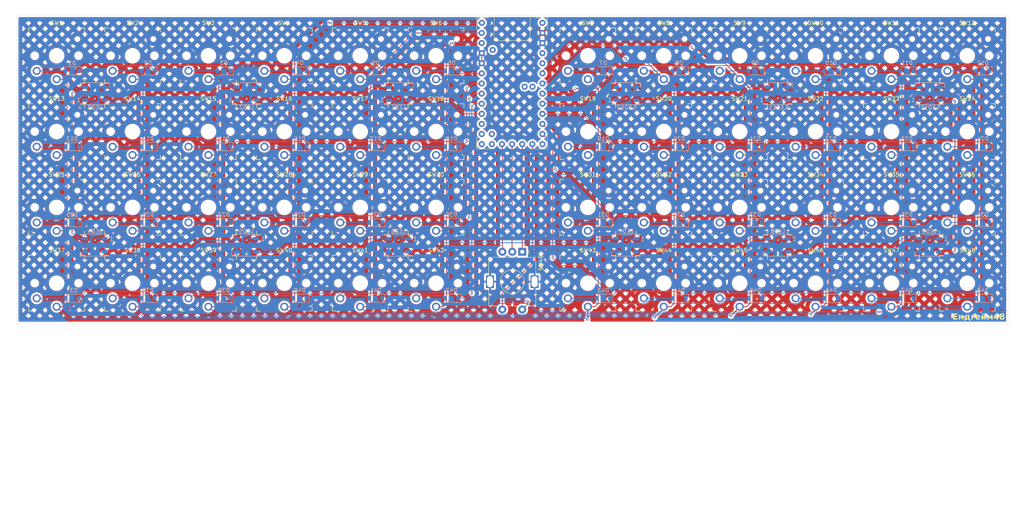
<source format=kicad_pcb>
(kicad_pcb (version 20240108) (generator "pcbnew") (generator_version "8.0")
  (layers (0 "F.Cu" signal) (31 "B.Cu" signal) (34 "B.Paste" user) (35 "F.Paste" user) (36 "B.SilkS" user "B.Silkscreen") (37 "F.SilkS" user "F.Silkscreen") (38 "B.Mask" user) (39 "F.Mask" user) (44 "Edge.Cuts" user))
  (net 0 "")
  (net 1 "Net-(D1-A)")
  (net 2 "/ROW1")
  (net 3 "Net-(D2-A)")
  (net 4 "Net-(D3-A)")
  (net 5 "Net-(D4-A)")
  (net 6 "Net-(D5-A)")
  (net 7 "Net-(D6-A)")
  (net 8 "/ROW3")
  (net 9 "Net-(D7-A)")
  (net 10 "Net-(D8-A)")
  (net 11 "Net-(D9-A)")
  (net 12 "Net-(D10-A)")
  (net 13 "Net-(D11-A)")
  (net 14 "Net-(D12-A)")
  (net 15 "/ROW5")
  (net 16 "Net-(D13-A)")
  (net 17 "Net-(D14-A)")
  (net 18 "Net-(D15-A)")
  (net 19 "Net-(D16-A)")
  (net 20 "Net-(D17-A)")
  (net 21 "Net-(D18-A)")
  (net 22 "Net-(D19-A)")
  (net 23 "/ROW7")
  (net 24 "Net-(D20-A)")
  (net 25 "Net-(D21-A)")
  (net 26 "Net-(D22-A)")
  (net 27 "Net-(D23-A)")
  (net 28 "Net-(D24-A)")
  (net 29 "Net-(D25-A)")
  (net 30 "/ROW2")
  (net 31 "Net-(D26-A)")
  (net 32 "Net-(D27-A)")
  (net 33 "Net-(D28-A)")
  (net 34 "Net-(D29-A)")
  (net 35 "Net-(D30-A)")
  (net 36 "Net-(D31-A)")
  (net 37 "/ROW4")
  (net 38 "Net-(D32-A)")
  (net 39 "Net-(D33-A)")
  (net 40 "Net-(D34-A)")
  (net 41 "Net-(D35-A)")
  (net 42 "Net-(D36-A)")
  (net 43 "/ROW6")
  (net 44 "Net-(D37-A)")
  (net 45 "Net-(D38-A)")
  (net 46 "Net-(D39-A)")
  (net 47 "Net-(D40-A)")
  (net 48 "Net-(D41-A)")
  (net 49 "Net-(D42-A)")
  (net 50 "Net-(D43-A)")
  (net 51 "/ROW8")
  (net 52 "Net-(D44-A)")
  (net 53 "Net-(D45-A)")
  (net 54 "Net-(D46-A)")
  (net 55 "Net-(D47-A)")
  (net 56 "Net-(D48-A)")
  (net 57 "Net-(LED1-DOUT)")
  (net 58 "/LED")
  (net 59 "GND")
  (net 60 "+5V")
  (net 61 "Net-(LED2-DOUT)")
  (net 62 "Net-(LED3-DOUT)")
  (net 63 "Net-(LED4-DOUT)")
  (net 64 "Net-(LED5-DOUT)")
  (net 65 "Net-(LED6-DOUT)")
  (net 66 "Net-(LED7-DOUT)")
  (net 67 "Net-(LED8-DOUT)")
  (net 68 "Net-(LED10-DIN)")
  (net 69 "Net-(LED10-DOUT)")
  (net 70 "Net-(LED11-DOUT)")
  (net 72 "/COL1")
  (net 73 "/COL2")
  (net 74 "/COL3")
  (net 75 "/COL4")
  (net 76 "/COL5")
  (net 77 "/COL6")
  (net 79 "/ROW9")
  (net 80 "Net-(U1-GP14)")
  (net 85 "Net-(U1-GP15)")
  (net 93 "Net-(U1-GP13)")
  (footprint "keyswitches:SW_PG1350" (layer "F.Cu") (at 219.63 67.32)
    (property "Reference" "SW34")
    (property "Value" "PG1350")
  )
  (footprint "keyswitches:SW_PG1350" (layer "F.Cu") (at 48.18 29.22)
    (property "Reference" "SW2")
    (property "Value" "PG1350")
  )
  (footprint "pro_micro_rp2040:pro_micro_rp2040" (layer "F.Cu") (at 134.59 52.695)
    (property "Reference" "U1")
    (property "Value" "~")
  )
  (footprint "keyswitches:SW_PG1350" (layer "F.Cu") (at 29.13 48.27)
    (property "Reference" "SW13")
    (property "Value" "PG1350")
  )
  (footprint "keyswitches:SW_PG1350" (layer "F.Cu") (at 48.18 86.37)
    (property "Reference" "SW38")
    (property "Value" "PG1350")
  )
  (footprint "keyswitches:SW_PG1350" (layer "F.Cu") (at 86.28 86.37)
    (property "Reference" "SW40")
    (property "Value" "PG1350")
  )
  (footprint "keyswitches:SW_PG1350" (layer "F.Cu") (at 29.13 86.37)
    (property "Reference" "SW37")
    (property "Value" "PG1350")
  )
  (footprint "keyswitches:SW_PG1350" (layer "F.Cu") (at 238.68 29.21)
    (property "Reference" "SW11")
    (property "Value" "PG1350")
  )
  (footprint "keyswitches:SW_PG1350" (layer "F.Cu") (at 219.63 48.27)
    (property "Reference" "SW22")
    (property "Value" "PG1350")
  )
  (footprint "keyswitches:SW_PG1350" (layer "F.Cu") (at 124.38 86.37)
    (property "Reference" "SW42")
    (property "Value" "PG1350")
  )
  (footprint "keyswitches:SW_PG1350" (layer "F.Cu") (at 86.28 48.27)
    (property "Reference" "SW16")
    (property "Value" "PG1350")
  )
  (footprint "keyswitches:SW_PG1350" (layer "F.Cu") (at 257.73 48.27)
    (property "Reference" "SW24")
    (property "Value" "PG1350")
  )
  (footprint "keyswitches:SW_PG1350" (layer "F.Cu") (at 181.53 48.27)
    (property "Reference" "SW20")
    (property "Value" "PG1350")
  )
  (footprint "keyswitches:SW_PG1350" (layer "F.Cu") (at 238.68 67.32)
    (property "Reference" "SW35")
    (property "Value" "PG1350")
  )
  (footprint "keyswitches:SW_PG1350" (layer "F.Cu") (at 162.48 29.22)
    (property "Reference" "SW7")
    (property "Value" "PG1350")
  )
  (footprint "keyswitches:SW_PG1350" (layer "F.Cu") (at 48.18 48.27)
    (property "Reference" "SW14")
    (property "Value" "PG1350")
  )
  (footprint "keyswitches:SW_PG1350" (layer "F.Cu") (at 67.23 29.22)
    (property "Reference" "SW3")
    (property "Value" "PG1350")
  )
  (footprint "keyswitches:SW_PG1350" (layer "F.Cu") (at 181.53 86.37)
    (property "Reference" "SW44")
    (property "Value" "PG1350")
  )
  (footprint "keyswitches:SW_PG1350" (layer "F.Cu") (at 86.28 29.22)
    (property "Reference" "SW4")
    (property "Value" "PG1350")
  )
  (footprint "keyswitches:SW_PG1350" (layer "F.Cu") (at 200.58 29.22)
    (property "Reference" "SW9")
    (property "Value" "PG1350")
  )
  (footprint "keyswitches:SW_PG1350" (layer "F.Cu") (at 219.63 29.22)
    (property "Reference" "SW10")
    (property "Value" "PG1350")
  )
  (footprint "keyswitches:SW_PG1350" (layer "F.Cu") (at 162.48 67.32)
    (property "Reference" "SW31")
    (property "Value" "PG1350")
  )
  (footprint "keyswitches:SW_PG1350" (layer "F.Cu") (at 257.73 29.22)
    (property "Reference" "SW12")
    (property "Value" "PG1350")
  )
  (footprint "keyswitches:SW_PG1350" (layer "F.Cu") (at 200.58 48.27)
    (property "Reference" "SW21")
    (property "Value" "PG1350")
  )
  (footprint "keyswitches:SW_PG1350" (layer "F.Cu") (at 29.13 67.32)
    (property "Reference" "SW25")
    (property "Value" "PG1350")
  )
  (footprint "keyswitches:SW_PG1350" (layer "F.Cu") (at 257.73 86.37)
    (property "Reference" "SW48")
    (property "Value" "PG1350" (hide yes))
  )
  (footprint "keyswitches:SW_PG1350" (layer "F.Cu") (at 162.48 86.37)
    (property "Reference" "SW43")
    (property "Value" "PG1350")
  )
  (footprint "keyswitches:SW_PG1350" (layer "F.Cu") (at 124.38 29.22)
    (property "Reference" "SW6")
    (property "Value" "PG1350")
  )
  (footprint "keyswitches:SW_PG1350" (layer "F.Cu") (at 238.68 86.37)
    (property "Reference" "SW47")
    (property "Value" "PG1350")
  )
  (footprint "keyswitches:SW_PG1350" (layer "F.Cu") (at 238.68 48.27)
    (property "Reference" "SW23")
    (property "Value" "PG1350")
  )
  (footprint "keyswitches:SW_PG1350" (layer "F.Cu") (at 181.53 29.22)
    (property "Reference" "SW8")
    (property "Value" "PG1350")
  )
  (footprint "keyswitches:SW_PG1350" (layer "F.Cu") (at 105.33 86.37)
    (property "Reference" "SW41")
    (property "Value" "PG1350")
  )
  (footprint "keyswitches:SW_PG1350" (layer "F.Cu") (at 29.13 29.22)
    (property "Reference" "SW1")
    (property "Value" "PG1350")
  )
  (footprint "keyswitches:SW_PG1350" (layer "F.Cu") (at 105.33 48.27)
    (property "Reference" "SW17")
    (property "Value" "PG1350")
  )
  (footprint "keyswitches:SW_PG1350" (layer "F.Cu") (at 124.38 48.27)
    (property "Reference" "SW18")
    (property "Value" "PG1350")
  )
  (footprint "keyswitches:SW_PG1350" (layer "F.Cu") (at 219.63 86.37)
    (property "Reference" "SW46")
    (property "Value" "PG1350")
  )
  (footprint "keyswitches:SW_PG1350" (layer "F.Cu") (at 105.33 29.22)
    (property "Reference" "SW5")
    (property "Value" "PG1350")
  )
  (footprint "keyswitches:SW_PG1350" (layer "F.Cu") (at 67.23 48.27)
    (property "Reference" "SW15")
    (property "Value" "PG1350")
  )
  (footprint "keyswitches:SW_PG1350" (layer "F.Cu") (at 67.23 86.37)
    (property "Reference" "SW39")
    (property "Value" "PG1350")
  )
  (footprint "keyswitches:SW_PG1350" (layer "F.Cu") (at 200.58 86.37)
    (property "Reference" "SW45")
    (property "Value" "PG1350")
  )
  (footprint "Rotary_Encoder:RotaryEncoder_Alps_EC11E-Switch_Vertical_H20mm" (layer "F.Cu") (at 146.01 78.475 -90)
    (property "Reference" "SW49")
    (property "Value" "EC11E12")
  )
  (footprint "keyswitches:SW_PG1350" (layer "F.Cu") (at 48.18 67.32)
    (property "Reference" "SW26")
    (property "Value" "PG1350")
  )
  (footprint "keyswitches:SW_PG1350" (layer "F.Cu") (at 124.38 67.32)
    (property "Reference" "SW30")
    (property "Value" "PG1350")
  )
  (footprint "keyswitches:SW_PG1350" (layer "F.Cu") (at 162.48 48.27)
    (property "Reference" "SW19")
    (property "Value" "PG1350")
  )
  (footprint "keyswitches:SW_PG1350" (layer "F.Cu") (at 181.53 67.32)
    (property "Reference" "SW32")
    (property "Value" "PG1350")
  )
  (footprint "keyswitches:SW_PG1350" (layer "F.Cu") (at 257.73 67.32)
    (property "Reference" "SW36")
    (property "Value" "PG1350")
  )
  (footprint "keyswitches:SW_PG1350" (layer "F.Cu") (at 67.23 67.32)
    (property "Reference" "SW27")
    (property "Value" "PG1350")
  )
  (footprint "keyswitches:SW_PG1350" (layer "F.Cu") (at 86.28 67.32)
    (property "Reference" "SW28")
    (property "Value" "PG1350")
  )
  (footprint "keyswitches:SW_PG1350" (layer "F.Cu") (at 200.58 67.32)
    (property "Reference" "SW33")
    (property "Value" "PG1350")
  )
  (footprint "keyswitches:SW_PG1350" (layer "F.Cu") (at 105.33 67.32)
    (property "Reference" "SW29")
    (property "Value" "PG1350")
  )
  (footprint "Diode_SMD:D_SOD-123" (layer "B.Cu") (at 33.02 71.12 180)
    (property "Reference" "D25")
    (property "Value" "MMSD4148")
  )
  (footprint "Diode_SMD:D_SOD-123" (layer "B.Cu") (at 71.12 52.07 180)
    (property "Reference" "D15")
    (property "Value" "MMSD4148")
  )
  (footprint "Diode_SMD:D_SOD-123" (layer "B.Cu") (at 90.17 90.17 180)
    (property "Reference" "D40")
    (property "Value" "MMSD4148")
  )
  (footprint "LED_SMD:LED_WS2812B_PLCC4_5.0x5.0mm_P3.2mm" (layer "B.Cu") (at 210.185 38.735)
    (property "Reference" "LED11")
    (property "Value" "WS2812B")
  )
  (footprint "Diode_SMD:D_SOD-123" (layer "B.Cu") (at 52.07 33.02 180)
    (property "Reference" "D2")
    (property "Value" "MMSD4148")
  )
  (footprint "Diode_SMD:D_SOD-123" (layer "B.Cu") (at 185.42 71.12 180)
    (property "Reference" "D32")
    (property "Value" "MMSD4148")
  )
  (footprint "Diode_SMD:D_SOD-123" (layer "B.Cu") (at 242.57 33.02 180)
    (property "Reference" "D11")
    (property "Value" "MMSD4148")
  )
  (footprint "Diode_SMD:D_SOD-123" (layer "B.Cu") (at 109.22 52.07 180)
    (property "Reference" "D17")
    (property "Value" "MMSD4148")
  )
  (footprint "LED_SMD:LED_WS2812B_PLCC4_5.0x5.0mm_P3.2mm" (layer "B.Cu") (at 172.085 38.735)
    (property "Reference" "LED12")
    (property "Value" "WS2812B")
  )
  (footprint "Diode_SMD:D_SOD-123" (layer "B.Cu") (at 90.17 33.02 180)
    (property "Reference" "D4")
    (property "Value" "MMSD4148")
  )
  (footprint "LED_SMD:LED_WS2812B_PLCC4_5.0x5.0mm_P3.2mm" (layer "B.Cu") (at 172.085 76.835 180)
    (property "Reference" "LED7")
    (property "Value" "WS2812B")
  )
  (footprint "Diode_SMD:D_SOD-123" (layer "B.Cu") (at 71.12 71.12 180)
    (property "Reference" "D27")
    (property "Value" "MMSD4148")
  )
  (footprint "LED_SMD:LED_WS2812B_PLCC4_5.0x5.0mm_P3.2mm" (layer "B.Cu") (at 38.735 38.735)
    (property "Reference" "LED3")
    (property "Value" "WS2812B")
  )
  (footprint "Diode_SMD:D_SOD-123" (layer "B.Cu") (at 223.52 33.02 180)
    (property "Reference" "D10")
    (property "Value" "MMSD4148")
  )
  (footprint "Diode_SMD:D_SOD-123" (layer "B.Cu") (at 109.22 71.12 180)
    (property "Reference" "D29")
    (property "Value" "MMSD4148")
  )
  (footprint "Diode_SMD:D_SOD-123" (layer "B.Cu") (at 90.17 71.12 180)
    (property "Reference" "D28")
    (property "Value" "MMSD4148")
  )
  (footprint "Diode_SMD:D_SOD-123" (layer "B.Cu") (at 223.52 90.17 180)
    (property "Reference" "D46")
    (property "Value" "MMSD4148")
  )
  (footprint "Diode_SMD:D_SOD-123" (layer "B.Cu") (at 185.42 33.02 180)
    (property "Reference" "D8")
    (property "Value" "MMSD4148")
  )
  (footprint "Diode_SMD:D_SOD-123" (layer "B.Cu") (at 261.62 52.07 180)
    (property "Reference" "D24")
    (property "Value" "MMSD4148")
  )
  (footprint "Diode_SMD:D_SOD-123" (layer "B.Cu") (at 90.17 52.07 180)
    (property "Reference" "D16")
    (property "Value" "MMSD4148")
  )
  (footprint "Diode_SMD:D_SOD-123" (layer "B.Cu") (at 204.47 52.07 180)
    (property "Reference" "D21")
    (property "Value" "MMSD4148")
  )
  (footprint "Diode_SMD:D_SOD-123" (layer "B.Cu") (at 128.27 90.17 180)
    (property "Reference" "D42")
    (property "Value" "MMSD4148")
  )
  (footprint "Diode_SMD:D_SOD-123" (layer "B.Cu") (at 128.27 71.12 180)
    (property "Reference" "D30")
    (property "Value" "MMSD4148")
  )
  (footprint "Diode_SMD:D_SOD-123" (layer "B.Cu") (at 52.07 90.17 180)
    (property "Reference" "D38")
    (property "Value" "MMSD4148")
  )
  (footprint "Diode_SMD:D_SOD-123" (layer "B.Cu") (at 71.12 90.17 180)
    (property "Reference" "D39")
    (property "Value" "MMSD4148")
  )
  (footprint "LED_SMD:LED_WS2812B_PLCC4_5.0x5.0mm_P3.2mm" (layer "B.Cu") (at 210.185 76.835 180)
    (property "Reference" "LED8")
    (property "Value" "WS2812B")
  )
  (footprint "Diode_SMD:D_SOD-123" (layer "B.Cu") (at 261.62 33.02 180)
    (property "Reference" "D12")
    (property "Value" "MMSD4148")
  )
  (footprint "Diode_SMD:D_SOD-123" (layer "B.Cu") (at 223.52 52.07 180)
    (property "Reference" "D22")
    (property "Value" "MMSD4148")
  )
  (footprint "Diode_SMD:D_SOD-123" (layer "B.Cu") (at 109.22 33.02 180)
    (property "Reference" "D5")
    (property "Value" "MMSD4148")
  )
  (footprint "Diode_SMD:D_SOD-123" (layer "B.Cu") (at 166.37 52.07 180)
    (property "Reference" "D19")
    (property "Value" "MMSD4148")
  )
  (footprint "LED_SMD:LED_WS2812B_PLCC4_5.0x5.0mm_P3.2mm" (layer "B.Cu") (at 76.835 38.735)
    (property "Reference" "LED2")
    (property "Value" "WS2812B")
  )
  (footprint "Diode_SMD:D_SOD-123" (layer "B.Cu") (at 128.27 52.07 180)
    (property "Reference" "D18")
    (property "Value" "MMSD4148")
  )
  (footprint "Diode_SMD:D_SOD-123" (layer "B.Cu") (at 261.62 71.12 180)
    (property "Reference" "D36")
    (property "Value" "MMSD4148")
  )
  (footprint "Diode_SMD:D_SOD-123" (layer "B.Cu") (at 204.47 33.02 180)
    (property "Reference" "D9")
    (property "Value" "MMSD4148")
  )
  (footprint "LED_SMD:LED_WS2812B_PLCC4_5.0x5.0mm_P3.2mm" (layer "B.Cu") (at 248.285 38.735)
    (property "Reference" "LED10")
    (property "Value" "WS2812B")
  )
  (footprint "Diode_SMD:D_SOD-123" (layer "B.Cu") (at 242.57 71.12 180)
    (property "Reference" "D35")
    (property "Value" "MMSD4148")
  )
  (footprint "Diode_SMD:D_SOD-123" (layer "B.Cu") (at 242.57 52.07 180)
    (property "Reference" "D23")
    (property "Value" "MMSD4148")
  )
  (footprint "Diode_SMD:D_SOD-123" (layer "B.Cu") (at 109.22 90.17 180)
    (property "Reference" "D41")
    (property "Value" "MMSD4148")
  )
  (footprint "Diode_SMD:D_SOD-123" (layer "B.Cu") (at 71.12 33.02 180)
    (property "Reference" "D3")
    (property "Value" "MMSD4148")
  )
  (footprint "LED_SMD:LED_WS2812B_PLCC4_5.0x5.0mm_P3.2mm" (layer "B.Cu") (at 248.195 76.835 180)
    (property "Reference" "LED9")
    (property "Value" "WS2812B")
  )
  (footprint "Diode_SMD:D_SOD-123" (layer "B.Cu") (at 166.37 90.17 180)
    (property "Reference" "D43")
    (property "Value" "MMSD4148")
  )
  (footprint "Diode_SMD:D_SOD-123" (layer "B.Cu") (at 242.57 90.17 180)
    (property "Reference" "D47")
    (property "Value" "MMSD4148")
  )
  (footprint "Diode_SMD:D_SOD-123" (layer "B.Cu") (at 223.52 71.12 180)
    (property "Reference" "D34")
    (property "Value" "MMSD4148")
  )
  (footprint "Diode_SMD:D_SOD-123" (layer "B.Cu") (at 185.42 90.17 180)
    (property "Reference" "D44")
    (property "Value" "MMSD4148")
  )
  (footprint "LED_SMD:LED_WS2812B_PLCC4_5.0x5.0mm_P3.2mm" (layer "B.Cu") (at 76.745 76.835 180)
    (property "Reference" "LED5")
    (property "Value" "WS2812B")
  )
  (footprint "Diode_SMD:D_SOD-123" (layer "B.Cu") (at 204.47 71.12 180)
    (property "Reference" "D33")
    (property "Value" "MMSD4148")
  )
  (footprint "Diode_SMD:D_SOD-123" (layer "B.Cu") (at 166.37 71.12 180)
    (property "Reference" "D31")
    (property "Value" "MMSD4148")
  )
  (footprint "Diode_SMD:D_SOD-123" (layer "B.Cu") (at 52.07 52.07 180)
    (property "Reference" "D14")
    (property "Value" "MMSD4148")
  )
  (footprint "LED_SMD:LED_WS2812B_PLCC4_5.0x5.0mm_P3.2mm" (layer "B.Cu") (at 114.935 38.735)
    (property "Reference" "LED1")
    (property "Value" "WS2812B")
  )
  (footprint "Diode_SMD:D_SOD-123" (layer "B.Cu") (at 33.02 90.17 180)
    (property "Reference" "D37")
    (property "Value" "MMSD4148")
  )
  (footprint "LED_SMD:LED_WS2812B_PLCC4_5.0x5.0mm_P3.2mm" (layer "B.Cu") (at 114.935 76.835 180)
    (property "Reference" "LED6")
    (property "Value" "WS2812B")
  )
  (footprint "Diode_SMD:D_SOD-123" (layer "B.Cu") (at 128.27 33.02 180)
    (property "Reference" "D6")
    (property "Value" "MMSD4148")
  )
  (footprint "Diode_SMD:D_SOD-123" (layer "B.Cu") (at 52.07 71.12 180)
    (property "Reference" "D26")
    (property "Value" "MMSD4148")
  )
  (footprint "Diode_SMD:D_SOD-123" (layer "B.Cu") (at 33.02 52.07 180)
    (property "Reference" "D13")
    (property "Value" "MMSD4148")
  )
  (footprint "LED_SMD:LED_WS2812B_PLCC4_5.0x5.0mm_P3.2mm" (layer "B.Cu") (at 38.735 76.835 180)
    (property "Reference" "LED4")
    (property "Value" "WS2812B")
  )
  (footprint "Diode_SMD:D_SOD-123" (layer "B.Cu") (at 261.62 90.17 180)
    (property "Reference" "D48")
    (property "Value" "MMSD4148")
  )
  (footprint "Diode_SMD:D_SOD-123" (layer "B.Cu") (at 33.02 33.02 180)
    (property "Reference" "D1")
    (property "Value" "MMSD4148")
  )
  (footprint "Diode_SMD:D_SOD-123" (layer "B.Cu") (at 204.47 90.17 180)
    (property "Reference" "D45")
    (property "Value" "MMSD4148")
  )
  (footprint "Diode_SMD:D_SOD-123" (layer "B.Cu") (at 185.42 52.07 180)
    (property "Reference" "D20")
    (property "Value" "MMSD4148")
  )
  (footprint "Diode_SMD:D_SOD-123" (layer "B.Cu") (at 166.37 33.02 180)
    (property "Reference" "D7")
    (property "Value" "MMSD4148")
  )
  (gr_poly (pts (xy 258.268678 95.25) (xy 258.460286 95.25) (xy 258.460286 95.789288) (xy 258.196504 95.789288) (xy 258.196504 95.507921) (xy 257.256779 95.507921) (xy 257.256779 95.789288) (xy 256.992997 95.789288) (xy 256.992997 95.25) (xy 257.054913 95.25) (xy 257.554634 95.25) (xy 257.899749 95.25) (xy 257.899749 94.616923) (xy 257.640363 94.616923) (xy 257.640363 94.649163) (xy 257.639023 94.742139) (xy 257.635005 94.830009) (xy 257.628307 94.912773) (xy 257.618931 94.990431) (xy 257.606875 95.062983) (xy 257.588038 95.146491) (xy 257.565015 95.222022) (xy 257.554634 95.25) (xy 257.054913 95.25) (xy 257.12176 95.216591) (xy 257.175298 95.165364) (xy 257.215526 95.09632) (xy 257.221975 95.080373) (xy 257.243613 95.000048) (xy 257.255785 94.919969) (xy 257.263271 94.840249) (xy 257.268343 94.748722) (xy 257.270661 94.667) (xy 257.271434 94.577722) (xy 257.271434 94.359002) (xy 258.268678 94.359002)) (fill solid) (layer "F.Cu"))
  (gr_poly (pts (xy 255.2535 94.265213) (xy 254.579756 94.265213) (xy 254.579756 94.546581) (xy 255.2132 94.546581) (xy 255.2132 94.851396) (xy 254.579756 94.851396) (xy 254.579756 95.203105) (xy 255.276214 95.203105) (xy 255.276214 95.507921) (xy 254.182983 95.507921) (xy 254.182983 93.960398) (xy 255.2535 93.960398)) (fill solid) (layer "F.Cu"))
  (gr_poly (pts (xy 260.479287 94.339517) (xy 260.556356 94.351404) (xy 260.628094 94.371216) (xy 260.707143 94.405451) (xy 260.778515 94.451098) (xy 260.832128 94.497854) (xy 260.887658 94.562417) (xy 260.931699 94.634657) (xy 260.964251 94.714573) (xy 260.982602 94.787034) (xy 260.992974 94.864825) (xy 260.995527 94.930897) (xy 260.995527 95.038974) (xy 260.133105 95.038974) (xy 260.148089 95.113277) (xy 260.179613 95.180465) (xy 260.226895 95.232415) (xy 260.296086 95.271707) (xy 260.36752 95.290598) (xy 260.442517 95.296832) (xy 260.451476 95.296895) (xy 260.524827 95.293496) (xy 260.599252 95.283299) (xy 260.674751 95.266305) (xy 260.689979 95.26209) (xy 260.766908 95.236638) (xy 260.837307 95.207796) (xy 260.908807 95.173333) (xy 260.940939 95.156211) (xy 260.940939 95.437579) (xy 260.867368 95.461954) (xy 260.793797 95.482736) (xy 260.720227 95.499924) (xy 260.679354 95.507921) (xy 260.605755 95.519255) (xy 260.532097 95.52688) (xy 260.458382 95.530795) (xy 260.417404 95.531368) (xy 260.341361 95.528912) (xy 260.252424 95.518935) (xy 260.170286 95.501284) (xy 260.094945 95.475959) (xy 260.026402 95.44296) (xy 259.964656 95.402286) (xy 259.930872 95.374198) (xy 259.871856 95.310815) (xy 259.82505 95.238545) (xy 259.795373 95.171532) (xy 259.774174 95.098347) (xy 259.761455 95.01899) (xy 259.757216 94.933461) (xy 259.761375 94.849348) (xy 259.76852 94.804501) (xy 260.137135 94.804501) (xy 260.61634 94.804501) (xy 260.607684 94.731137) (xy 260.575708 94.660131) (xy 260.554791 94.634508) (xy 260.494033 94.59043) (xy 260.418829 94.571035) (xy 260.394689 94.570028) (xy 260.320071 94.578529) (xy 260.251909 94.606924) (xy 260.220666 94.630478) (xy 260.174537 94.688361) (xy 260.146767 94.757355) (xy 260.137135 94.804501) (xy 259.76852 94.804501) (xy 259.773852 94.77103) (xy 259.794648 94.698509) (xy 259.830583 94.619134) (xy 259.878497 94.548105) (xy 259.927575 94.49529) (xy 259.996092 94.441005) (xy 260.060058 94.404347) (xy 260.130266 94.375489) (xy 260.206718 94.35443) (xy 260.289413 94.341171) (xy 260.378351 94.335711) (xy 260.396888 94.335555)) (fill solid) (layer "F.Cu"))
  (gr_poly (pts (xy 263.423789 94.932729) (xy 263.683175 94.359002) (xy 264.10889 94.359002) (xy 264.10889 95.507921) (xy 263.741061 95.507921) (xy 263.741061 94.855792) (xy 263.546155 95.296895) (xy 263.303988 95.296895) (xy 263.10835 94.855792) (xy 263.10835 95.507921) (xy 262.739421 95.507921) (xy 262.739421 94.359002) (xy 263.164037 94.359002)) (fill solid) (layer "F.Cu"))
  (gr_poly (pts (xy 262.017851 94.157814) (xy 261.94105 94.183846) (xy 261.859999 94.194182) (xy 261.830471 94.194871) (xy 261.754496 94.189971) (xy 261.679644 94.172744) (xy 261.609663 94.139056) (xy 261.579878 94.116469) (xy 261.532129 94.060513) (xy 261.500623 93.991104) (xy 261.486155 93.917134) (xy 261.484257 93.890056) (xy 261.631535 93.890056) (xy 261.658971 93.960046) (xy 261.693817 93.994836) (xy 261.76212 94.023868) (xy 261.830471 94.03074) (xy 261.907499 94.021764) (xy 261.967125 93.994836) (xy 262.015325 93.936905) (xy 262.029407 93.890056) (xy 262.176685 93.890056) (xy 262.166574 93.967658) (xy 262.139841 94.041102) (xy 262.096793 94.101095) (xy 262.080698 94.116469)) (fill solid) (layer "F.Cu"))
  (gr_poly (pts (xy 255.970108 94.781054) (xy 256.33574 94.781054) (xy 256.33574 94.359002) (xy 256.704668 94.359002) (xy 256.704668 95.507921) (xy 256.33574 95.507921) (xy 256.33574 95.038974) (xy 255.970108 95.038974) (xy 255.970108 95.507921) (xy 255.601179 95.507921) (xy 255.601179 94.359002) (xy 255.970108 94.359002)) (fill solid) (layer "F.Cu"))
  (gr_poly (pts (xy 266.557844 93.939383) (xy 266.635351 93.946682) (xy 266.719694 93.961863) (xy 266.794582 93.984051) (xy 266.870004 94.018793) (xy 266.898388 94.036602) (xy 266.955061 94.084456) (xy 267.002786 94.149967) (xy 267.03233 94.227018) (xy 267.043266 94.303904) (xy 267.043835 94.327495) (xy 267.036822 94.403487) (xy 267.01291 94.477491) (xy 266.972027 94.541452) (xy 266.914773 94.595152) (xy 266.848598 94.63488) (xy 266.777539 94.663232) (xy 266.760269 94.66858) (xy 266.833862 94.693996) (xy 266.905159 94.730801) (xy 266.964285 94.7763) (xy 266.99694 94.811462) (xy 267.039058 94.878366) (xy 267.065576 94.955432) (xy 267.076105 95.033478) (xy 267.076807 95.061322) (xy 267.071462 95.144446) (xy 267.055427 95.219609) (xy 267.023207 95.297239) (xy 266.976436 95.364035) (xy 266.924766 95.412666) (xy 266.862599 95.453006) (xy 266.790127 95.485) (xy 266.707352 95.508648) (xy 266.630501 95.521978) (xy 266.546495 95.529513) (xy 266.474138 95.531368) (xy 266.383958 95.52847) (xy 266.300952 95.519776) (xy 266.22512 95.505286) (xy 266.143589 95.480247) (xy 266.072389 95.446862) (xy 266.020946 95.412666) (xy 265.961417 95.355156) (xy 265.91651 95.286813) (xy 265.886224 95.207635) (xy 265.871901 95.131145) (xy 265.868172 95.061322) (xy 265.869891 95.039341) (xy 266.242962 95.039341) (xy 266.25136 95.11705) (xy 266.282385 95.188827) (xy 266.30268 95.213364) (xy 266.36482 95.254436) (xy 266.440228 95.27198) (xy 266.473772 95.273447) (xy 266.549214 95.264998) (xy 266.618868 95.233783) (xy 266.642666 95.213364) (xy 266.682987 95.150302) (xy 266.70021 95.073535) (xy 266.70165 95.039341) (xy 266.693356 94.961236) (xy 266.662711 94.889389) (xy 266.642666 94.864951) (xy 266.581487 94.823628) (xy 266.506972 94.805977) (xy 266.473772 94.804501) (xy 266.397505 94.813053) (xy 266.32689 94.844649) (xy 266.30268 94.865318) (xy 266.261857 94.92856) (xy 266.24442 95.005243) (xy 266.242962 95.039341) (xy 265.869891 95.039341) (xy 265.874489 94.980533) (xy 265.893442 94.907973) (xy 265.92932 94.837004) (xy 265.948039 94.811462) (xy 266.005434 94.755005) (xy 266.069876 94.71337) (xy 266.137327 94.68366) (xy 266.184344 94.66858) (xy 266.110893 94.641786) (xy 266.042128 94.60379) (xy 265.982107 94.551995) (xy 265.972952 94.541452) (xy 265.932486 94.477491) (xy 265.908818 94.403487) (xy 265.905792 94.370359) (xy 266.277034 94.370359) (xy 266.289765 94.445281) (xy 266.327959 94.500785) (xy 266.394474 94.536518) (xy 266.467884 94.546536) (xy 266.473772 94.546581) (xy 266.546811 94.537815) (xy 266.613819 94.503603) (xy 266.61702 94.500785) (xy 266.657901 94.436978) (xy 266.667578 94.370359) (xy 266.654939 94.295346) (xy 266.61702 94.2403) (xy 266.551411 94.204853) (xy 266.473772 94.194871) (xy 266.399159 94.203637) (xy 266.331184 94.237849) (xy 266.327959 94.240666) (xy 266.286781 94.304242) (xy 266.277034 94.370359) (xy 265.905792 94.370359) (xy 265.901877 94.327495) (xy 265.908819 94.248352) (xy 265.929646 94.177939) (xy 265.97045 94.108159) (xy 266.029389 94.049781) (xy 266.046957 94.036968) (xy 266.117094 93.997996) (xy 266.187565 93.972211) (xy 266.267593 93.953457) (xy 266.341583 93.943202) (xy 266.42221 93.93783) (xy 266.473772 93.936951)) (fill solid) (layer "F.Cu"))
  (gr_poly (pts (xy 259.622394 94.616923) (xy 259.116444 94.616923) (xy 259.116444 95.507921) (xy 258.747516 95.507921) (xy 258.747516 94.359002) (xy 259.394515 94.359002) (xy 259.394515 94.03074) (xy 259.622394 94.03074)) (fill solid) (layer "F.Cu"))
  (gr_poly (pts (xy 265.43 94.945185) (xy 265.649452 94.945185) (xy 265.649452 95.226553) (xy 265.43 95.226553) (xy 265.43 95.507921) (xy 265.055209 95.507921) (xy 265.055209 95.226553) (xy 264.373039 95.226553) (xy 264.373039 94.945185) (xy 264.620335 94.945185) (xy 265.055209 94.945185) (xy 265.055209 94.291957) (xy 264.620335 94.945185) (xy 264.373039 94.945185) (xy 264.373039 94.884369) (xy 264.989264 93.960398) (xy 265.43 93.960398)) (fill solid) (layer "F.Cu"))
  (gr_poly (pts (xy 261.637031 94.970464) (xy 262.00889 94.359002) (xy 262.392107 94.359002) (xy 262.392107 95.507921) (xy 262.023179 95.507921) (xy 262.023179 94.896459) (xy 261.651319 95.507921) (xy 261.268102 95.507921) (xy 261.268102 94.359002) (xy 261.637031 94.359002)) (fill solid) (layer "F.Cu"))
  (gr_rect (start 19.05 19.05) (end 267.97 96.52) (stroke (width 0.05)) (fill none) (layer "Edge.Cuts"))
  (gr_text "Ендґейм48" (at 260.594724 94.885421 0) (layer "F.SilkS") (effects (font (size 1.5 1.5) (thickness 0.3) (bold yes))))
  (segment (start 31.37 33.02) (end 24.13 33.02) (width 0.2) (layer "B.Cu") (net 1))
  (segment (start 55.036 31.704) (end 71.454 31.704) (width 0.2) (layer "B.Cu") (net 2))
  (segment (start 52.404 31.704) (end 53.72 33.02) (width 0.2) (layer "B.Cu") (net 2))
  (segment (start 90.0845 31.2845) (end 91.82 33.02) (width 0.2) (layer "B.Cu") (net 2))
  (segment (start 72.77 33.02) (end 74.5055 31.2845) (width 0.2) (layer "B.Cu") (net 2))
  (segment (start 93.136 31.704) (end 109.554 31.704) (width 0.2) (layer "B.Cu") (net 2))
  (segment (start 34.67 33.02) (end 35.986 31.704) (width 0.2) (layer "B.Cu") (net 2))
  (segment (start 74.5055 31.2845) (end 90.0845 31.2845) (width 0.2) (layer "B.Cu") (net 2))
  (segment (start 35.986 31.704) (end 52.404 31.704) (width 0.2) (layer "B.Cu") (net 2))
  (segment (start 109.554 31.704) (end 110.87 33.02) (width 0.2) (layer "B.Cu") (net 2))
  (segment (start 110.87 33.02) (end 112.186 31.704) (width 0.2) (layer "B.Cu") (net 2))
  (segment (start 71.454 31.704) (end 72.77 33.02) (width 0.2) (layer "B.Cu") (net 2))
  (segment (start 130.555 33.655) (end 129.92 33.02) (width 0.2) (layer "B.Cu") (net 2))
  (segment (start 53.72 33.02) (end 55.036 31.704) (width 0.2) (layer "B.Cu") (net 2))
  (segment (start 112.186 31.704) (end 128.604 31.704) (width 0.2) (layer "B.Cu") (net 2))
  (segment (start 128.604 31.704) (end 129.92 33.02) (width 0.2) (layer "B.Cu") (net 2))
  (segment (start 91.82 33.02) (end 93.136 31.704) (width 0.2) (layer "B.Cu") (net 2))
  (segment (start 135.84 33.655) (end 130.555 33.655) (width 0.2) (layer "B.Cu") (net 2))
  (segment (start 50.42 33.02) (end 43.18 33.02) (width 0.2) (layer "B.Cu") (net 3))
  (segment (start 69.47 33.02) (end 62.23 33.02) (width 0.2) (layer "B.Cu") (net 4))
  (segment (start 88.52 33.02) (end 81.28 33.02) (width 0.2) (layer "B.Cu") (net 5))
  (segment (start 100.33 33.02) (end 107.57 33.02) (width 0.2) (layer "B.Cu") (net 6))
  (segment (start 126.62 33.02) (end 119.38 33.02) (width 0.2) (layer "B.Cu") (net 7))
  (segment (start 132.08 50.8) (end 132.08 37.465) (width 0.2) (layer "F.Cu") (net 8))
  (via (at 132.08 50.8) (size 0.6) (drill 0.3) (layers "F.Cu" "B.Cu") (net 8))
  (via (at 132.08 37.465) (size 0.6) (drill 0.3) (layers "F.Cu" "B.Cu") (net 8))
  (segment (start 90.504 50.754) (end 91.82 52.07) (width 0.2) (layer "B.Cu") (net 8))
  (segment (start 128.604 50.754) (end 129.92 52.07) (width 0.2) (layer "B.Cu") (net 8))
  (segment (start 34.67 52.07) (end 36.4055 50.3345) (width 0.2) (layer "B.Cu") (net 8))
  (segment (start 51.9845 50.3345) (end 53.72 52.07) (width 0.2) (layer "B.Cu") (net 8))
  (segment (start 93.136 50.754) (end 109.554 50.754) (width 0.2) (layer "B.Cu") (net 8))
  (segment (start 110.87 52.07) (end 112.186 50.754) (width 0.2) (layer "B.Cu") (net 8))
  (segment (start 109.554 50.754) (end 110.87 52.07) (width 0.2) (layer "B.Cu") (net 8))
  (segment (start 72.77 52.07) (end 74.086 50.754) (width 0.2) (layer "B.Cu") (net 8))
  (segment (start 36.4055 50.3345) (end 51.9845 50.3345) (width 0.2) (layer "B.Cu") (net 8))
  (segment (start 133.35 36.195) (end 135.84 36.195) (width 0.2) (layer "B.Cu") (net 8))
  (segment (start 112.186 50.754) (end 128.604 50.754) (width 0.2) (layer "B.Cu") (net 8))
  (segment (start 129.92 52.07) (end 130.81 52.07) (width 0.2) (layer "B.Cu") (net 8))
  (segment (start 130.81 52.07) (end 132.08 50.8) (width 0.2) (layer "B.Cu") (net 8))
  (segment (start 91.82 52.07) (end 93.136 50.754) (width 0.2) (layer "B.Cu") (net 8))
  (segment (start 53.72 52.07) (end 55.4555 50.3345) (width 0.2) (layer "B.Cu") (net 8))
  (segment (start 55.4555 50.3345) (end 71.0345 50.3345) (width 0.2) (layer "B.Cu") (net 8))
  (segment (start 74.086 50.754) (end 90.504 50.754) (width 0.2) (layer "B.Cu") (net 8))
  (segment (start 132.08 37.465) (end 133.35 36.195) (width 0.2) (layer "B.Cu") (net 8))
  (segment (start 71.0345 50.3345) (end 72.77 52.07) (width 0.2) (layer "B.Cu") (net 8))
  (segment (start 157.48 33.02) (end 164.72 33.02) (width 0.2) (layer "B.Cu") (net 9))
  (segment (start 176.53 33.02) (end 183.77 33.02) (width 0.2) (layer "B.Cu") (net 10))
  (segment (start 195.58 33.02) (end 202.82 33.02) (width 0.2) (layer "B.Cu") (net 11))
  (segment (start 214.63 33.02) (end 221.87 33.02) (width 0.2) (layer "B.Cu") (net 12))
  (segment (start 233.69 33.02) (end 233.68 33.01) (width 0.2) (layer "B.Cu") (net 13))
  (segment (start 240.92 33.02) (end 233.69 33.02) (width 0.2) (layer "B.Cu") (net 13))
  (segment (start 259.97 33.02) (end 252.73 33.02) (width 0.2) (layer "B.Cu") (net 14))
  (segment (start 132.715 40.005) (end 132.699717 39.995283) (width 0.2) (layer "F.Cu") (net 15))
  (segment (start 132.699717 69.827504) (end 132.715 40.005) (width 0.2) (layer "F.Cu") (net 15))
  (via (at 132.715 40.005) (size 0.6) (drill 0.3) (layers "F.Cu" "B.Cu") (net 15))
  (via (at 132.699717 69.827504) (size 0.6) (drill 0.3) (layers "F.Cu" "B.Cu") (net 15))
  (segment (start 132.699717 39.995283) (end 133.96 38.735) (width 0.2) (layer "B.Cu") (net 15))
  (segment (start 52.404 69.804) (end 53.72 71.12) (width 0.2) (layer "B.Cu") (net 15))
  (segment (start 74.166572 69.723428) (end 90.423428 69.723428) (width 0.2) (layer "B.Cu") (net 15))
  (segment (start 34.67 71.12) (end 35.986 69.804) (width 0.2) (layer "B.Cu") (net 15))
  (segment (start 35.986 69.804) (end 52.404 69.804) (width 0.2) (layer "B.Cu") (net 15))
  (segment (start 91.82 71.12) (end 93.5555 69.3845) (width 0.2) (layer "B.Cu") (net 15))
  (segment (start 53.72 71.12) (end 55.036 69.804) (width 0.2) (layer "B.Cu") (net 15))
  (segment (start 112.186 69.804) (end 128.604 69.804) (width 0.2) (layer "B.Cu") (net 15))
  (segment (start 129.92 71.12) (end 131.445 71.12) (width 0.2) (layer "B.Cu") (net 15))
  (segment (start 128.604 69.804) (end 129.92 71.12) (width 0.2) (layer "B.Cu") (net 15))
  (segment (start 133.96 38.735) (end 135.84 38.735) (width 0.2) (layer "B.Cu") (net 15))
  (segment (start 72.77 71.12) (end 74.166572 69.723428) (width 0.2) (layer "B.Cu") (net 15))
  (segment (start 109.1345 69.3845) (end 110.87 71.12) (width 0.2) (layer "B.Cu") (net 15))
  (segment (start 71.454 69.804) (end 72.77 71.12) (width 0.2) (layer "B.Cu") (net 15))
  (segment (start 131.445 71.12) (end 132.715 69.85) (width 0.2) (layer "B.Cu") (net 15))
  (segment (start 55.036 69.804) (end 71.454 69.804) (width 0.2) (layer "B.Cu") (net 15))
  (segment (start 90.423428 69.723428) (end 91.82 71.12) (width 0.2) (layer "B.Cu") (net 15))
  (segment (start 110.87 71.12) (end 112.186 69.804) (width 0.2) (layer "B.Cu") (net 15))
  (segment (start 93.5555 69.3845) (end 109.1345 69.3845) (width 0.2) (layer "B.Cu") (net 15))
  (segment (start 24.13 52.07) (end 31.37 52.07) (width 0.2) (layer "B.Cu") (net 16))
  (segment (start 43.18 52.07) (end 50.42 52.07) (width 0.2) (layer "B.Cu") (net 17))
  (segment (start 69.47 52.07) (end 62.23 52.07) (width 0.2) (layer "B.Cu") (net 18))
  (segment (start 88.52 52.07) (end 81.28 52.07) (width 0.2) (layer "B.Cu") (net 19))
  (segment (start 107.57 52.07) (end 100.33 52.07) (width 0.2) (layer "B.Cu") (net 20))
  (segment (start 126.62 52.07) (end 119.38 52.07) (width 0.2) (layer "B.Cu") (net 21))
  (segment (start 157.48 52.07) (end 164.72 52.07) (width 0.2) (layer "B.Cu") (net 22))
  (segment (start 133.35 88.9) (end 133.35 41.91) (width 0.2) (layer "F.Cu") (net 23))
  (via (at 133.35 41.91) (size 0.6) (drill 0.3) (layers "F.Cu" "B.Cu") (net 23))
  (via (at 133.35 88.9) (size 0.6) (drill 0.3) (layers "F.Cu" "B.Cu") (net 23))
  (segment (start 51.9845 88.4345) (end 36.4055 88.4345) (width 0.2) (layer "B.Cu") (net 23))
  (segment (start 129.92 90.17) (end 132.08 90.17) (width 0.2) (layer "B.Cu") (net 23))
  (segment (start 93.136 88.854) (end 91.82 90.17) (width 0.2) (layer "B.Cu") (net 23))
  (segment (start 133.985 41.275) (end 135.84 41.275) (width 0.2) (layer "B.Cu") (net 23))
  (segment (start 72.77 90.17) (end 71.454 88.854) (width 0.2) (layer "B.Cu") (net 23))
  (segment (start 90.504 88.854) (end 74.086 88.854) (width 0.2) (layer "B.Cu") (net 23))
  (segment (start 112.186 88.854) (end 110.87 90.17) (width 0.2) (layer "B.Cu") (net 23))
  (segment (start 91.82 90.17) (end 90.504 88.854) (width 0.2) (layer "B.Cu") (net 23))
  (segment (start 55.036 88.854) (end 53.72 90.17) (width 0.2) (layer "B.Cu") (net 23))
  (segment (start 129.92 90.17) (end 128.604 88.854) (width 0.2) (layer "B.Cu") (net 23))
  (segment (start 53.72 90.17) (end 51.9845 88.4345) (width 0.2) (layer "B.Cu") (net 23))
  (segment (start 74.086 88.854) (end 72.77 90.17) (width 0.2) (layer "B.Cu") (net 23))
  (segment (start 110.87 90.17) (end 109.554 88.854) (width 0.2) (layer "B.Cu") (net 23))
  (segment (start 133.35 41.91) (end 133.985 41.275) (width 0.2) (layer "B.Cu") (net 23))
  (segment (start 109.554 88.854) (end 93.136 88.854) (width 0.2) (layer "B.Cu") (net 23))
  (segment (start 71.454 88.854) (end 55.036 88.854) (width 0.2) (layer "B.Cu") (net 23))
  (segment (start 132.08 90.17) (end 133.35 88.9) (width 0.2) (layer "B.Cu") (net 23))
  (segment (start 36.4055 88.4345) (end 34.67 90.17) (width 0.2) (layer "B.Cu") (net 23))
  (segment (start 128.604 88.854) (end 112.186 88.854) (width 0.2) (layer "B.Cu") (net 23))
  (segment (start 183.77 52.07) (end 176.53 52.07) (width 0.2) (layer "B.Cu") (net 24))
  (segment (start 195.58 52.07) (end 202.82 52.07) (width 0.2) (layer "B.Cu") (net 25))
  (segment (start 221.87 52.07) (end 214.63 52.07) (width 0.2) (layer "B.Cu") (net 26))
  (segment (start 240.92 52.07) (end 233.68 52.07) (width 0.2) (layer "B.Cu") (net 27))
  (segment (start 259.97 52.07) (end 252.73 52.07) (width 0.2) (layer "B.Cu") (net 28))
  (segment (start 31.37 71.12) (end 24.13 71.12) (width 0.2) (layer "B.Cu") (net 29))
  (segment (start 169.336 31.704) (end 185.754 31.704) (width 0.2) (layer "B.Cu") (net 30))
  (segment (start 204.85 31.75) (end 197.485 31.75) (width 0.2) (layer "B.Cu") (net 30))
  (segment (start 197.439 31.704) (end 188.386 31.704) (width 0.2) (layer "B.Cu") (net 30))
  (segment (start 223.854 31.704) (end 225.17 33.02) (width 0.2) (layer "B.Cu") (net 30))
  (segment (start 188.386 31.704) (end 187.07 33.02) (width 0.2) (layer "B.Cu") (net 30))
  (segment (start 168.02 34.545) (end 161.29 41.275) (width 0.2) (layer "B.Cu") (net 30))
  (segment (start 206.12 33.02) (end 204.85 31.75) (width 0.2) (layer "B.Cu") (net 30))
  (segment (start 244.22 33.02) (end 245.536 31.704) (width 0.2) (layer "B.Cu") (net 30))
  (segment (start 168.02 33.02) (end 168.02 34.545) (width 0.2) (layer "B.Cu") (net 30))
  (segment (start 242.894 31.694) (end 244.22 33.02) (width 0.2) (layer "B.Cu") (net 30))
  (segment (start 206.12 33.02) (end 207.436 31.704) (width 0.2) (layer "B.Cu") (net 30))
  (segment (start 185.754 31.704) (end 187.07 33.02) (width 0.2) (layer "B.Cu") (net 30))
  (segment (start 168.02 33.02) (end 169.336 31.704) (width 0.2) (layer "B.Cu") (net 30))
  (segment (start 161.29 41.275) (end 151.08 41.275) (width 0.2) (layer "B.Cu") (net 30))
  (segment (start 245.536 31.704) (end 261.954 31.704) (width 0.2) (layer "B.Cu") (net 30))
  (segment (start 226.496 31.694) (end 242.894 31.694) (width 0.2) (layer "B.Cu") (net 30))
  (segment (start 261.954 31.704) (end 263.27 33.02) (width 0.2) (layer "B.Cu") (net 30))
  (segment (start 225.17 33.02) (end 226.496 31.694) (width 0.2) (layer "B.Cu") (net 30))
  (segment (start 197.485 31.75) (end 197.439 31.704) (width 0.2) (layer "B.Cu") (net 30))
  (segment (start 207.436 31.704) (end 223.854 31.704) (width 0.2) (layer "B.Cu") (net 30))
  (segment (start 50.42 71.12) (end 43.18 71.12) (width 0.2) (layer "B.Cu") (net 31))
  (segment (start 69.47 71.12) (end 62.23 71.12) (width 0.2) (layer "B.Cu") (net 32))
  (segment (start 81.28 71.12) (end 88.52 71.12) (width 0.2) (layer "B.Cu") (net 33))
  (segment (start 100.33 71.12) (end 107.57 71.12) (width 0.2) (layer "B.Cu") (net 34))
  (segment (start 119.38 71.12) (end 126.62 71.12) (width 0.2) (layer "B.Cu") (net 35))
  (segment (start 157.48 71.12) (end 164.72 71.12) (width 0.2) (layer "B.Cu") (net 36))
  (segment (start 242.904 50.754) (end 244.22 52.07) (width 0.2) (layer "B.Cu") (net 37))
  (segment (start 160.944644 43.815) (end 151.08 43.815) (width 0.2) (layer "B.Cu") (net 37))
  (segment (start 169.336 50.754) (end 185.754 50.754) (width 0.2) (layer "B.Cu") (net 37))
  (segment (start 206.12 52.07) (end 207.436 50.754) (width 0.2) (layer "B.Cu") (net 37))
  (segment (start 226.486 50.754) (end 242.904 50.754) (width 0.2) (layer "B.Cu") (net 37))
  (segment (start 188.386 50.754) (end 187.07 52.07) (width 0.2) (layer "B.Cu") (net 37))
  (segment (start 225.17 52.07) (end 226.486 50.754) (width 0.2) (layer "B.Cu") (net 37))
  (segment (start 168.02 52.07) (end 169.336 50.754) (width 0.2) (layer "B.Cu") (net 37))
  (segment (start 168.02 52.07) (end 168.02 50.890356) (width 0.2) (layer "B.Cu") (net 37))
  (segment (start 204.804 50.754) (end 188.386 50.754) (width 0.2) (layer "B.Cu") (net 37))
  (segment (start 185.754 50.754) (end 187.07 52.07) (width 0.2) (layer "B.Cu") (net 37))
  (segment (start 207.436 50.754) (end 223.854 50.754) (width 0.2) (layer "B.Cu") (net 37))
  (segment (start 223.854 50.754) (end 225.17 52.07) (width 0.2) (layer "B.Cu") (net 37))
  (segment (start 244.22 52.07) (end 245.536 50.754) (width 0.2) (layer "B.Cu") (net 37))
  (segment (start 206.12 52.07) (end 204.804 50.754) (width 0.2) (layer "B.Cu") (net 37))
  (segment (start 261.954 50.754) (end 263.27 52.07) (width 0.2) (layer "B.Cu") (net 37))
  (segment (start 245.536 50.754) (end 261.954 50.754) (width 0.2) (layer "B.Cu") (net 37))
  (segment (start 168.02 50.890356) (end 160.944644 43.815) (width 0.2) (layer "B.Cu") (net 37))
  (segment (start 183.77 71.12) (end 176.53 71.12) (width 0.2) (layer "B.Cu") (net 38))
  (segment (start 202.82 71.12) (end 195.58 71.12) (width 0.2) (layer "B.Cu") (net 39))
  (segment (start 221.87 71.12) (end 214.63 71.12) (width 0.2) (layer "B.Cu") (net 40))
  (segment (start 240.92 71.12) (end 233.68 71.12) (width 0.2) (layer "B.Cu") (net 41))
  (segment (start 259.97 71.12) (end 252.73 71.12) (width 0.2) (layer "B.Cu") (net 42))
  (segment (start 154.305 57.785) (end 154.305 49.58) (width 0.2) (layer "F.Cu") (net 43))
  (segment (start 154.305 49.58) (end 151.08 46.355) (width 0.2) (layer "F.Cu") (net 43))
  (via (at 154.305 57.785) (size 0.6) (drill 0.3) (layers "F.Cu" "B.Cu") (net 43))
  (segment (start 206.12 71.12) (end 207.436 69.804) (width 0.2) (layer "B.Cu") (net 43))
  (segment (start 188.386 69.804) (end 204.804 69.804) (width 0.2) (layer "B.Cu") (net 43))
  (segment (start 169.7555 69.3845) (end 185.3345 69.3845) (width 0.2) (layer "B.Cu") (net 43))
  (segment (start 158.016671 59.055) (end 155.575 59.055) (width 0.2) (layer "B.Cu") (net 43))
  (segment (start 204.804 69.804) (end 206.12 71.12) (width 0.2) (layer "B.Cu") (net 43))
  (segment (start 223.854 69.804) (end 225.17 71.12) (width 0.2) (layer "B.Cu") (net 43))
  (segment (start 247.015 71.12) (end 248.331 69.804) (width 0.2) (layer "B.Cu") (net 43))
  (segment (start 244.22 71.12) (end 247.015 71.12) (width 0.2) (layer "B.Cu") (net 43))
  (segment (start 185.3345 69.3845) (end 187.07 71.12) (width 0.2) (layer "B.Cu") (net 43))
  (segment (start 261.954 69.804) (end 263.27 71.12) (width 0.2) (layer "B.Cu") (net 43))
  (segment (start 228.646 69.804) (end 242.904 69.804) (width 0.2) (layer "B.Cu") (net 43))
  (segment (start 207.436 69.804) (end 223.854 69.804) (width 0.2) (layer "B.Cu") (net 43))
  (segment (start 168.02 71.12) (end 169.7555 69.3845) (width 0.2) (layer "B.Cu") (net 43))
  (segment (start 227.33 71.12) (end 228.646 69.804) (width 0.2) (layer "B.Cu") (net 43))
  (segment (start 248.331 69.804) (end 261.954 69.804) (width 0.2) (layer "B.Cu") (net 43))
  (segment (start 155.575 59.055) (end 154.305 57.785) (width 0.2) (layer "B.Cu") (net 43))
  (segment (start 187.07 71.12) (end 188.386 69.804) (width 0.2) (layer "B.Cu") (net 43))
  (segment (start 168.02 71.12) (end 168.02 69.058329) (width 0.2) (layer "B.Cu") (net 43))
  (segment (start 242.904 69.804) (end 244.22 71.12) (width 0.2) (layer "B.Cu") (net 43))
  (segment (start 225.17 71.12) (end 227.33 71.12) (width 0.2) (layer "B.Cu") (net 43))
  (segment (start 168.02 69.058329) (end 158.016671 59.055) (width 0.2) (layer "B.Cu") (net 43))
  (segment (start 31.37 90.17) (end 24.13 90.17) (width 0.2) (layer "B.Cu") (net 44))
  (segment (start 43.815 89.535) (end 43.18 90.17) (width 0.2) (layer "B.Cu") (net 45))
  (segment (start 49.785 89.535) (end 43.815 89.535) (width 0.2) (layer "B.Cu") (net 45))
  (segment (start 50.42 90.17) (end 49.785 89.535) (width 0.2) (layer "B.Cu") (net 45))
  (segment (start 69.47 90.17) (end 68.835 89.535) (width 0.2) (layer "B.Cu") (net 46))
  (segment (start 68.835 89.535) (end 62.865 89.535) (width 0.2) (layer "B.Cu") (net 46))
  (segment (start 62.865 89.535) (end 62.23 90.17) (width 0.2) (layer "B.Cu") (net 46))
  (segment (start 81.915 89.535) (end 81.28 90.17) (width 0.2) (layer "B.Cu") (net 47))
  (segment (start 88.52 90.17) (end 87.885 89.535) (width 0.2) (layer "B.Cu") (net 47))
  (segment (start 87.885 89.535) (end 81.915 89.535) (width 0.2) (layer "B.Cu") (net 47))
  (segment (start 100.965 89.535) (end 100.33 90.17) (width 0.2) (layer "B.Cu") (net 48))
  (segment (start 107.57 90.17) (end 106.935 89.535) (width 0.2) (layer "B.Cu") (net 48))
  (segment (start 106.935 89.535) (end 100.965 89.535) (width 0.2) (layer "B.Cu") (net 48))
  (segment (start 119.38 90.17) (end 120.015 89.535) (width 0.2) (layer "B.Cu") (net 49))
  (segment (start 120.015 89.535) (end 125.985 89.535) (width 0.2) (layer "B.Cu") (net 49))
  (segment (start 125.985 89.535) (end 126.62 90.17) (width 0.2) (layer "B.Cu") (net 49))
  (segment (start 164.72 90.17) (end 157.48 90.17) (width 0.2) (layer "B.Cu") (net 50))
  (segment (start 153.67 80.01) (end 153.67 51.485) (width 0.2) (layer "F.Cu") (net 51))
  (segment (start 153.67 51.485) (end 151.08 48.895) (width 0.2) (layer "F.Cu") (net 51))
  (via (at 153.67 80.01) (size 0.6) (drill 0.3) (layers "F.Cu" "B.Cu") (net 51))
  (segment (start 185.3345 88.4345) (end 169.7555 88.4345) (width 0.2) (layer "B.Cu") (net 51))
  (segment (start 261.954 88.854) (end 245.536 88.854) (width 0.2) (layer "B.Cu") (net 51))
  (segment (start 244.22 90.17) (end 242.904 88.854) (width 0.2) (layer "B.Cu") (net 51))
  (segment (start 225.17 90.17) (end 223.854 88.854) (width 0.2) (layer "B.Cu") (net 51))
  (segment (start 153.67 80.01) (end 155.575 81.915) (width 0.2) (layer "B.Cu") (net 51))
  (segment (start 242.904 88.854) (end 226.486 88.854) (width 0.2) (layer "B.Cu") (net 51))
  (segment (start 160.944644 81.915) (end 168.02 88.990356) (width 0.2) (layer "B.Cu") (net 51))
  (segment (start 188.386 88.854) (end 187.07 90.17) (width 0.2) (layer "B.Cu") (net 51))
  (segment (start 263.27 90.17) (end 261.954 88.854) (width 0.2) (layer "B.Cu") (net 51))
  (segment (start 204.804 88.854) (end 188.386 88.854) (width 0.2) (layer "B.Cu") (net 51))
  (segment (start 245.536 88.854) (end 244.22 90.17) (width 0.2) (layer "B.Cu") (net 51))
  (segment (start 169.7555 88.4345) (end 168.02 90.17) (width 0.2) (layer "B.Cu") (net 51))
  (segment (start 155.575 81.915) (end 160.944644 81.915) (width 0.2) (layer "B.Cu") (net 51))
  (segment (start 206.12 90.17) (end 204.804 88.854) (width 0.2) (layer "B.Cu") (net 51))
  (segment (start 187.07 90.17) (end 185.3345 88.4345) (width 0.2) (layer "B.Cu") (net 51))
  (segment (start 207.436 88.854) (end 206.12 90.17) (width 0.2) (layer "B.Cu") (net 51))
  (segment (start 223.854 88.854) (end 207.436 88.854) (width 0.2) (layer "B.Cu") (net 51))
  (segment (start 168.02 88.990356) (end 168.02 90.17) (width 0.2) (layer "B.Cu") (net 51))
  (segment (start 226.486 88.854) (end 225.17 90.17) (width 0.2) (layer "B.Cu") (net 51))
  (segment (start 183.77 90.17) (end 176.53 90.17) (width 0.2) (layer "B.Cu") (net 52))
  (segment (start 202.82 90.17) (end 195.58 90.17) (width 0.2) (layer "B.Cu") (net 53))
  (segment (start 221.87 90.17) (end 214.63 90.17) (width 0.2) (layer "B.Cu") (net 54))
  (segment (start 240.92 90.17) (end 233.68 90.17) (width 0.2) (layer "B.Cu") (net 55))
  (segment (start 259.97 90.17) (end 252.73 90.17) (width 0.2) (layer "B.Cu") (net 56))
  (segment (start 112.485 37.085) (end 107.996304 37.085) (width 0.2) (layer "B.Cu") (net 57))
  (segment (start 86.928696 38.735) (end 85.278696 40.385) (width 0.2) (layer "B.Cu") (net 57))
  (segment (start 106.346304 38.735) (end 86.928696 38.735) (width 0.2) (layer "B.Cu") (net 57))
  (segment (start 107.996304 37.085) (end 106.346304 38.735) (width 0.2) (layer "B.Cu") (net 57))
  (segment (start 85.278696 40.385) (end 79.285 40.385) (width 0.2) (layer "B.Cu") (net 57))
  (segment (start 117.385 40.385) (end 128.015 40.385) (width 0.2) (layer "B.Cu") (net 58))
  (segment (start 131.445 43.815) (end 135.84 43.815) (width 0.2) (layer "B.Cu") (net 58))
  (segment (start 128.015 40.385) (end 131.445 43.815) (width 0.2) (layer "B.Cu") (net 58))
  (segment (start 135.84 28.575) (end 135.84 31.115) (width 0.2) (layer "F.Cu") (net 59))
  (via (at 76.835 75.565) (size 0.6) (drill 0.3) (layers "F.Cu" "B.Cu") (net 60))
  (via (at 114.935 40.005) (size 0.6) (drill 0.3) (layers "F.Cu" "B.Cu") (net 60))
  (via (at 210.189793 39.890864) (size 0.6) (drill 0.3) (layers "F.Cu" "B.Cu") (net 60))
  (via (at 210.185 75.565) (size 0.6) (drill 0.3) (layers "F.Cu" "B.Cu") (net 60))
  (via (at 38.735 40.005) (size 0.6) (drill 0.3) (layers "F.Cu" "B.Cu") (net 60))
  (via (at 248.285 75.565) (size 0.6) (drill 0.3) (layers "F.Cu" "B.Cu") (net 60))
  (via (at 172.085 75.565) (size 0.6) (drill 0.3) (layers "F.Cu" "B.Cu") (net 60))
  (via (at 172.085 40.005) (size 0.6) (drill 0.3) (layers "F.Cu" "B.Cu") (net 60))
  (via (at 114.935 75.565) (size 0.6) (drill 0.3) (layers "F.Cu" "B.Cu") (net 60))
  (via (at 76.835 40.005) (size 0.6) (drill 0.3) (layers "F.Cu" "B.Cu") (net 60))
  (via (at 248.285 40.005) (size 0.6) (drill 0.3) (layers "F.Cu" "B.Cu") (net 60))
  (via (at 38.735 75.565) (size 0.6) (drill 0.3) (layers "F.Cu" "B.Cu") (net 60))
  (segment (start 74.385 40.385) (end 76.455 40.385) (width 0.2) (layer "B.Cu") (net 60))
  (segment (start 174.535 75.185) (end 172.465 75.185) (width 0.2) (layer "B.Cu") (net 60))
  (segment (start 77.215 75.185) (end 76.835 75.565) (width 0.2) (layer "B.Cu") (net 60))
  (segment (start 248.665 75.185) (end 248.285 75.565) (width 0.2) (layer "B.Cu") (net 60))
  (segment (start 117.385 75.185) (end 115.315 75.185) (width 0.2) (layer "B.Cu") (net 60))
  (segment (start 79.195 75.185) (end 77.215 75.185) (width 0.2) (layer "B.Cu") (net 60))
  (segment (start 209.805 40.385) (end 210.185 40.005) (width 0.2) (layer "B.Cu") (net 60))
  (segment (start 169.635 40.385) (end 171.705 40.385) (width 0.2) (layer "B.Cu") (net 60))
  (segment (start 212.635 75.185) (end 210.565 75.185) (width 0.2) (layer "B.Cu") (net 60))
  (segment (start 115.315 75.185) (end 114.935 75.565) (width 0.2) (layer "B.Cu") (net 60))
  (segment (start 210.565 75.185) (end 210.185 75.565) (width 0.2) (layer "B.Cu") (net 60))
  (segment (start 114.935 40.005) (end 114.555 40.385) (width 0.2) (layer "B.Cu") (net 60))
  (segment (start 172.465 75.185) (end 172.085 75.565) (width 0.2) (layer "B.Cu") (net 60))
  (segment (start 38.355 40.385) (end 38.735 40.005) (width 0.2) (layer "B.Cu") (net 60))
  (segment (start 36.285 40.385) (end 38.355 40.385) (width 0.2) (layer "B.Cu") (net 60))
  (segment (start 207.735 40.385) (end 209.805 40.385) (width 0.2) (layer "B.Cu") (net 60))
  (segment (start 39.115 75.185) (end 38.735 75.565) (width 0.2) (layer "B.Cu") (net 60))
  (segment (start 76.455 40.385) (end 76.835 40.005) (width 0.2) (layer "B.Cu") (net 60))
  (segment (start 250.645 75.185) (end 248.665 75.185) (width 0.2) (layer "B.Cu") (net 60))
  (segment (start 247.905 40.385) (end 248.285 40.005) (width 0.2) (layer "B.Cu") (net 60))
  (segment (start 171.705 40.385) (end 172.085 40.005) (width 0.2) (layer "B.Cu") (net 60))
  (segment (start 41.185 75.185) (end 39.115 75.185) (width 0.2) (layer "B.Cu") (net 60))
  (segment (start 245.835 40.385) (end 247.905 40.385) (width 0.2) (layer "B.Cu") (net 60))
  (segment (start 114.555 40.385) (end 112.485 40.385) (width 0.2) (layer "B.Cu") (net 60))
  (segment (start 69.896304 37.085) (end 68.246304 38.735) (width 0.2) (layer "B.Cu") (net 61))
  (segment (start 48.593696 38.735) (end 46.943696 40.385) (width 0.2) (layer "B.Cu") (net 61))
  (segment (start 68.246304 38.735) (end 48.593696 38.735) (width 0.2) (layer "B.Cu") (net 61))
  (segment (start 74.385 37.085) (end 69.896304 37.085) (width 0.2) (layer "B.Cu") (net 61))
  (segment (start 46.943696 40.385) (end 41.185 40.385) (width 0.2) (layer "B.Cu") (net 61))
  (segment (start 33.02 38.735) (end 33.02 73.66) (width 0.2) (layer "F.Cu") (net 62))
  (via (at 33.02 38.735) (size 0.6) (drill 0.3) (layers "F.Cu" "B.Cu") (net 62))
  (via (at 33.02 73.66) (size 0.6) (drill 0.3) (layers "F.Cu" "B.Cu") (net 62))
  (segment (start 34.545 75.185) (end 36.285 75.185) (width 0.2) (layer "B.Cu") (net 62))
  (segment (start 33.02 73.66) (end 34.545 75.185) (width 0.2) (layer "B.Cu") (net 62))
  (segment (start 34.67 37.085) (end 36.285 37.085) (width 0.2) (layer "B.Cu") (net 62))
  (segment (start 33.02 38.735) (end 34.67 37.085) (width 0.2) (layer "B.Cu") (net 62))
  (segment (start 73.915 75.565) (end 74.295 75.185) (width 0.2) (layer "B.Cu") (net 63))
  (segment (start 62.97 76.835) (end 64.24 75.565) (width 0.2) (layer "B.Cu") (net 63))
  (segment (start 41.185 78.485) (end 47.546304 78.485) (width 0.2) (layer "B.Cu") (net 63))
  (segment (start 49.196304 76.835) (end 62.97 76.835) (width 0.2) (layer "B.Cu") (net 63))
  (segment (start 64.24 75.565) (end 73.915 75.565) (width 0.2) (layer "B.Cu") (net 63))
  (segment (start 47.546304 78.485) (end 49.196304 76.835) (width 0.2) (layer "B.Cu") (net 63))
  (segment (start 86.693696 76.835) (end 106.045 76.835) (width 0.2) (layer "B.Cu") (net 64))
  (segment (start 84.788696 78.74) (end 86.693696 76.835) (width 0.2) (layer "B.Cu") (net 64))
  (segment (start 107.695 75.185) (end 112.485 75.185) (width 0.2) (layer "B.Cu") (net 64))
  (segment (start 106.045 76.835) (end 107.695 75.185) (width 0.2) (layer "B.Cu") (net 64))
  (segment (start 79.32 78.74) (end 84.788696 78.74) (width 0.2) (layer "B.Cu") (net 64))
  (segment (start 162.56 76.2) (end 126.031304 76.2) (width 0.2) (layer "B.Cu") (net 65))
  (segment (start 123.746304 78.485) (end 117.385 78.485) (width 0.2) (layer "B.Cu") (net 65))
  (segment (start 162.56 76.2) (end 163.195 76.2) (width 0.2) (layer "B.Cu") (net 65))
  (segment (start 126.031304 76.2) (end 123.746304 78.485) (width 0.2) (layer "B.Cu") (net 65))
  (segment (start 163.195 76.2) (end 164.21 75.185) (width 0.2) (layer "B.Cu") (net 65))
  (segment (start 164.21 75.185) (end 169.635 75.185) (width 0.2) (layer "B.Cu") (net 65))
  (segment (start 180.896304 78.485) (end 182.546304 76.835) (width 0.2) (layer "B.Cu") (net 66))
  (segment (start 203.246304 75.185) (end 207.735 75.185) (width 0.2) (layer "B.Cu") (net 66))
  (segment (start 182.546304 76.835) (end 201.596304 76.835) (width 0.2) (layer "B.Cu") (net 66))
  (segment (start 201.596304 76.835) (end 203.246304 75.185) (width 0.2) (layer "B.Cu") (net 66))
  (segment (start 174.535 78.485) (end 180.896304 78.485) (width 0.2) (layer "B.Cu") (net 66))
  (segment (start 218.393696 78.485) (end 220.043696 76.835) (width 0.2) (layer "B.Cu") (net 67))
  (segment (start 241.346304 75.185) (end 245.745 75.185) (width 0.2) (layer "B.Cu") (net 67))
  (segment (start 220.043696 76.835) (end 239.696304 76.835) (width 0.2) (layer "B.Cu") (net 67))
  (segment (start 239.696304 76.835) (end 241.346304 75.185) (width 0.2) (layer "B.Cu") (net 67))
  (segment (start 212.635 78.485) (end 218.393696 78.485) (width 0.2) (layer "B.Cu") (net 67))
  (segment (start 254.635 78.105) (end 254.635 40.64) (width 0.2) (layer "F.Cu") (net 68))
  (via (at 254.635 78.105) (size 0.6) (drill 0.3) (layers "F.Cu" "B.Cu") (net 68))
  (via (at 254.635 40.64) (size 0.6) (drill 0.3) (layers "F.Cu" "B.Cu") (net 68))
  (segment (start 254.635 78.105) (end 254.255 78.485) (width 0.2) (layer "B.Cu") (net 68))
  (segment (start 254.38 40.385) (end 250.735 40.385) (width 0.2) (layer "B.Cu") (net 68))
  (segment (start 254.635 40.64) (end 254.38 40.385) (width 0.2) (layer "B.Cu") (net 68))
  (segment (start 254.255 78.485) (end 250.645 78.485) (width 0.2) (layer "B.Cu") (net 68))
  (segment (start 240.743696 37.085) (end 239.093696 38.735) (width 0.2) (layer "B.Cu") (net 69))
  (segment (start 220.043696 38.735) (end 218.393696 40.385) (width 0.2) (layer "B.Cu") (net 69))
  (segment (start 245.835 37.085) (end 240.743696 37.085) (width 0.2) (layer "B.Cu") (net 69))
  (segment (start 239.093696 38.735) (end 220.043696 38.735) (width 0.2) (layer "B.Cu") (net 69))
  (segment (start 218.393696 40.385) (end 212.635 40.385) (width 0.2) (layer "B.Cu") (net 69))
  (segment (start 207.735 37.085) (end 202.643696 37.085) (width 0.2) (layer "B.Cu") (net 70))
  (segment (start 181.943696 38.735) (end 180.293696 40.385) (width 0.2) (layer "B.Cu") (net 70))
  (segment (start 180.293696 40.385) (end 174.535 40.385) (width 0.2) (layer "B.Cu") (net 70))
  (segment (start 200.993696 38.735) (end 181.943696 38.735) (width 0.2) (layer "B.Cu") (net 70))
  (segment (start 202.643696 37.085) (end 200.993696 38.735) (width 0.2) (layer "B.Cu") (net 70))
  (segment (start 164.27 54.17) (end 165.1 53.34) (width 0.2) (layer "F.Cu") (net 72))
  (segment (start 30.92 92.27) (end 31.75 91.44) (width 0.2) (layer "F.Cu") (net 72))
  (segment (start 162.755 35.12) (end 162.48 35.12) (width 0.2) (layer "F.Cu") (net 72))
  (segment (start 159.385 37.465) (end 165.1 37.465) (width 0.2) (layer "F.Cu") (net 72))
  (segment (start 164.27 73.22) (end 165.1 72.39) (width 0.2) (layer "F.Cu") (net 72))
  (segment (start 162.48 95.368) (end 162.48 92.27) (width 0.2) (layer "F.Cu") (net 72))
  (segment (start 29.13 73.22) (end 30.92 73.22) (width 0.2) (layer "F.Cu") (net 72))
  (segment (start 162.344 95.504) (end 162.48 95.368) (width 0.2) (layer "F.Cu") (net 72))
  (segment (start 31.75 72.39) (end 31.75 53.34) (width 0.2) (layer "F.Cu") (net 72))
  (segment (start 162.48 92.27) (end 164.27 92.27) (width 0.2) (layer "F.Cu") (net 72))
  (segment (start 31.75 53.34) (end 31.75 36.195) (width 0.2) (layer "F.Cu") (net 72))
  (segment (start 29.13 54.17) (end 30.92 54.17) (width 0.2) (layer "F.Cu") (net 72))
  (segment (start 162.48 54.17) (end 164.27 54.17) (width 0.2) (layer "F.Cu") (net 72))
  (segment (start 31.75 36.195) (end 30.675 35.12) (width 0.2) (layer "F.Cu") (net 72))
  (segment (start 165.1 37.465) (end 162.755 35.12) (width 0.2) (layer "F.Cu") (net 72))
  (segment (start 30.92 54.17) (end 31.75 53.34) (width 0.2) (layer "F.Cu") (net 72))
  (segment (start 30.675 35.12) (end 29.13 35.12) (width 0.2) (layer "F.Cu") (net 72))
  (segment (start 31.75 91.44) (end 31.75 72.39) (width 0.2) (layer "F.Cu") (net 72))
  (segment (start 164.27 92.27) (end 165.1 91.44) (width 0.2) (layer "F.Cu") (net 72))
  (segment (start 165.1 53.34) (end 165.1 37.465) (width 0.2) (layer "F.Cu") (net 72))
  (segment (start 165.1 72.39) (end 165.1 53.34) (width 0.2) (layer "F.Cu") (net 72))
  (segment (start 165.1 91.44) (end 165.1 72.39) (width 0.2) (layer "F.Cu") (net 72))
  (segment (start 30.92 73.22) (end 31.75 72.39) (width 0.2) (layer "F.Cu") (net 72))
  (segment (start 29.13 92.27) (end 30.92 92.27) (width 0.2) (layer "F.Cu") (net 72))
  (segment (start 162.48 73.22) (end 164.27 73.22) (width 0.2) (layer "F.Cu") (net 72))
  (via (at 159.385 37.465) (size 0.6) (drill 0.3) (layers "F.Cu" "B.Cu") (net 72))
  (via (at 162.344 95.504) (size 0.6) (drill 0.3) (layers "F.Cu" "B.Cu") (net 72))
  (segment (start 162.344 95.504) (end 162.09 95.25) (width 0.2) (layer "B.Cu") (net 72))
  (segment (start 158.115 38.735) (end 151.08 38.735) (width 0.2) (layer "B.Cu") (net 72))
  (segment (start 159.385 37.465) (end 158.115 38.735) (width 0.2) (layer "B.Cu") (net 72))
  (segment (start 138.655 95.475) (end 138.43 95.25) (width 0.2) (layer "B.Cu") (net 72))
  (segment (start 32.11 95.25) (end 29.13 92.27) (width 0.2) (layer "B.Cu") (net 72))
  (segment (start 148.226371 95.475) (end 138.655 95.475) (width 0.2) (layer "B.Cu") (net 72))
  (segment (start 138.43 95.25) (end 32.11 95.25) (width 0.2) (layer "B.Cu") (net 72))
  (segment (start 148.451371 95.25) (end 148.226371 95.475) (width 0.2) (layer "B.Cu") (net 72))
  (segment (start 162.365 92.27) (end 162.48 92.27) (width 0.2) (layer "B.Cu") (net 72))
  (segment (start 162.09 95.25) (end 148.451371 95.25) (width 0.2) (layer "B.Cu") (net 72))
  (segment (start 50.8 72.39) (end 49.97 73.22) (width 0.2) (layer "F.Cu") (net 73))
  (segment (start 181.53 92.697) (end 181.53 92.27) (width 0.2) (layer "F.Cu") (net 73))
  (segment (start 179.241 94.986) (end 181.53 92.697) (width 0.2) (layer "F.Cu") (net 73))
  (segment (start 184.15 37.465) (end 184.15 53.34) (width 0.2) (layer "F.Cu") (net 73))
  (segment (start 50.8 53.34) (end 50.8 72.39) (width 0.2) (layer "F.Cu") (net 73))
  (segment (start 49.97 54.17) (end 48.18 54.17) (width 0.2) (layer "F.Cu") (net 73))
  (segment (start 176.89 30.48) (end 181.53 35.12) (width 0.2) (layer "F.Cu") (net 73))
  (segment (start 184.15 72.39) (end 183.32 73.22) (width 0.2) (layer "F.Cu") (net 73))
  (segment (start 181.805 35.12) (end 184.15 37.465) (width 0.2) (layer "F.Cu") (net 73))
  (segment (start 184.15 91.44) (end 183.32 92.27) (width 0.2) (layer "F.Cu") (net 73))
  (segment (start 183.32 73.22) (end 181.53 73.22) (width 0.2) (layer "F.Cu") (net 73))
  (segment (start 184.15 53.34) (end 183.32 54.17) (width 0.2) (layer "F.Cu") (net 73))
  (segment (start 50.8 91.44) (end 49.97 92.27) (width 0.2) (layer "F.Cu") (net 73))
  (segment (start 50.8 36.195) (end 50.8 53.34) (width 0.2) (layer "F.Cu") (net 73))
  (segment (start 183.32 92.27) (end 181.53 92.27) (width 0.2) (layer "F.Cu") (net 73))
  (segment (start 49.725 35.12) (end 50.8 36.195) (width 0.2) (layer "F.Cu") (net 73))
  (segment (start 184.15 72.39) (end 184.15 91.44) (width 0.2) (layer "F.Cu") (net 73))
  (segment (start 183.32 54.17) (end 181.53 54.17) (width 0.2) (layer "F.Cu") (net 73))
  (segment (start 50.8 53.34) (end 49.97 54.17) (width 0.2) (layer "F.Cu") (net 73))
  (segment (start 49.97 92.27) (end 48.18 92.27) (width 0.2) (layer "F.Cu") (net 73))
  (segment (start 49.97 73.22) (end 48.18 73.22) (width 0.2) (layer "F.Cu") (net 73))
  (segment (start 50.8 72.39) (end 50.8 91.44) (width 0.2) (layer "F.Cu") (net 73))
  (segment (start 181.53 35.12) (end 181.805 35.12) (width 0.2) (layer "F.Cu") (net 73))
  (segment (start 172.00025 29.92975) (end 172.5505 30.48) (width 0.2) (layer "F.Cu") (net 73))
  (segment (start 184.15 53.34) (end 184.15 72.39) (width 0.2) (layer "F.Cu") (net 73))
  (segment (start 172.5505 30.48) (end 176.89 30.48) (width 0.2) (layer "F.Cu") (net 73))
  (segment (start 48.18 35.12) (end 49.725 35.12) (width 0.2) (layer "F.Cu") (net 73))
  (via (at 179.241 94.986) (size 0.6) (drill 0.3) (layers "F.Cu" "B.Cu") (net 73))
  (via (at 172.00025 29.92975) (size 0.6) (drill 0.3) (layers "F.Cu" "B.Cu") (net 73))
  (segment (start 138.601 94.786) (end 50.696 94.786) (width 0.2) (layer "B.Cu") (net 73))
  (segment (start 148.349686 94.786) (end 148.060686 95.075) (width 0.2) (layer "B.Cu") (net 73))
  (segment (start 151.703329 36.195) (end 151.08 36.195) (width 0.2) (layer "B.Cu") (net 73))
  (segment (start 138.89 95.075) (end 138.601 94.786) (width 0.2) (layer "B.Cu") (net 73))
  (segment (start 161.228329 26.67) (end 151.703329 36.195) (width 0.2) (layer "B.Cu") (net 73))
  (segment (start 168.7405 26.67) (end 161.228329 26.67) (width 0.2) (layer "B.Cu") (net 73))
  (segment (start 50.696 94.786) (end 48.18 92.27) (width 0.2) (layer "B.Cu") (net 73))
  (segment (start 172.00025 29.92975) (end 168.7405 26.67) (width 0.2) (layer "B.Cu") (net 73))
  (segment (start 179.041 94.786) (end 148.349686 94.786) (width 0.2) (layer "B.Cu") (net 73))
  (segment (start 148.060686 95.075) (end 138.89 95.075) (width 0.2) (layer "B.Cu") (net 73))
  (segment (start 179.241 94.986) (end 179.041 94.786) (width 0.2) (layer "B.Cu") (net 73))
  (segment (start 200.58 35.12) (end 200.855 35.12) (width 0.2) (layer "F.Cu") (net 74))
  (segment (start 68.775 35.12) (end 69.85 36.195) (width 0.2) (layer "F.Cu") (net 74))
  (segment (start 203.2 72.39) (end 203.2 91.44) (width 0.2) (layer "F.Cu") (net 74))
  (segment (start 202.37 73.22) (end 200.58 73.22) (width 0.2) (layer "F.Cu") (net 74))
  (segment (start 202.37 92.27) (end 200.58 92.27) (width 0.2) (layer "F.Cu") (net 74))
  (segment (start 188.595 27.1555) (end 192.5545 31.115) (width 0.2) (layer "F.Cu") (net 74))
  (segment (start 69.85 72.39) (end 69.02 73.22) (width 0.2) (layer "F.Cu") (net 74))
  (segment (start 69.85 72.39) (end 69.85 91.44) (width 0.2) (layer "F.Cu") (net 74))
  (segment (start 192.5545 31.115) (end 196.85 31.115) (width 0.2) (layer "F.Cu") (net 74))
  (segment (start 202.37 54.17) (end 200.58 54.17) (width 0.2) (layer "F.Cu") (net 74))
  (segment (start 69.02 73.22) (end 67.23 73.22) (width 0.2) (layer "F.Cu") (net 74))
  (segment (start 200.58 92.402) (end 200.58 92.27) (width 0.2) (layer "F.Cu") (net 74))
  (segment (start 69.85 53.34) (end 69.02 54.17) (width 0.2) (layer "F.Cu") (net 74))
  (segment (start 198.396 94.586) (end 200.58 92.402) (width 0.2) (layer "F.Cu") (net 74))
  (segment (start 69.85 36.195) (end 69.85 53.34) (width 0.2) (layer "F.Cu") (net 74))
  (segment (start 67.23 35.12) (end 68.775 35.12) (width 0.2) (layer "F.Cu") (net 74))
  (segment (start 203.2 91.44) (end 202.37 92.27) (width 0.2) (layer "F.Cu") (net 74))
  (segment (start 69.02 92.27) (end 67.23 92.27) (width 0.2) (layer "F.Cu") (net 74))
  (segment (start 151.08 33.421671) (end 151.08 33.655) (width 0.2) (layer "F.Cu") (net 74))
  (segment (start 203.2 53.34) (end 203.2 72.39) (width 0.2) (layer "F.Cu") (net 74))
  (segment (start 69.85 91.44) (end 69.02 92.27) (width 0.2) (layer "F.Cu") (net 74))
  (segment (start 203.2 72.39) (end 202.37 73.22) (width 0.2) (layer "F.Cu") (net 74))
  (segment (start 69.02 54.17) (end 67.23 54.17) (width 0.2) (layer "F.Cu") (net 74))
  (segment (start 200.855 35.12) (end 203.2 37.465) (width 0.2) (layer "F.Cu") (net 74))
  (segment (start 69.85 53.34) (end 69.85 72.39) (width 0.2) (layer "F.Cu") (net 74))
  (segment (start 196.85 31.115) (end 203.2 37.465) (width 0.2) (layer "F.Cu") (net 74))
  (segment (start 203.2 37.465) (end 203.2 53.34) (width 0.2) (layer "F.Cu") (net 74))
  (segment (start 203.2 53.34) (end 202.37 54.17) (width 0.2) (layer "F.Cu") (net 74))
  (via (at 198.396 94.586) (size 0.6) (drill 0.3) (layers "F.Cu" "B.Cu") (net 74))
  (via (at 188.595 27.1555) (size 0.6) (drill 0.3) (layers "F.Cu" "B.Cu") (net 74))
  (segment (start 198.396 94.586) (end 198.196 94.386) (width 0.2) (layer "B.Cu") (net 74))
  (segment (start 151.08 33.07) (end 151.08 33.655) (width 0.2) (layer "B.Cu") (net 74))
  (segment (start 158.115 26.035) (end 151.08 33.07) (width 0.2) (layer "B.Cu") (net 74))
  (segment (start 148.184 94.386) (end 147.895 94.675) (width 0.2) (layer "B.Cu") (net 74))
  (segment (start 69.346 94.386) (end 67.23 92.27) (width 0.2) (layer "B.Cu") (net 74))
  (segment (start 187.4745 26.035) (end 158.115 26.035) (width 0.2) (layer "B.Cu") (net 74))
  (segment (start 188.595 27.1555) (end 187.4745 26.035) (width 0.2) (layer "B.Cu") (net 74))
  (segment (start 139.125 94.675) (end 138.836 94.386) (width 0.2) (layer "B.Cu") (net 74))
  (segment (start 138.836 94.386) (end 69.346 94.386) (width 0.2) (layer "B.Cu") (net 74))
  (segment (start 198.196 94.386) (end 148.184 94.386) (width 0.2) (layer "B.Cu") (net 74))
  (segment (start 147.895 94.675) (end 139.125 94.675) (width 0.2) (layer "B.Cu") (net 74))
  (segment (start 88.9 53.34) (end 88.07 54.17) (width 0.2) (layer "F.Cu") (net 75))
  (segment (start 219.63 92.27) (end 221.42 92.27) (width 0.2) (layer "F.Cu") (net 75))
  (segment (start 222.25 91.44) (end 222.25 72.39) (width 0.2) (layer "F.Cu") (net 75))
  (segment (start 222.25 72.39) (end 222.25 53.34) (width 0.2) (layer "F.Cu") (net 75))
  (segment (start 88.07 54.17) (end 86.28 54.17) (width 0.2) (layer "F.Cu") (net 75))
  (segment (start 222.25 53.34) (end 221.42 54.17) (width 0.2) (layer "F.Cu") (net 75))
  (segment (start 218.44 94.186) (end 219.63 92.996) (width 0.2) (layer "F.Cu") (net 75))
  (segment (start 88.9 34.29) (end 88.9 28.815435) (width 0.2) (layer "F.Cu") (net 75))
  (segment (start 221.42 73.22) (end 219.63 73.22) (width 0.2) (layer "F.Cu") (net 75))
  (segment (start 219.63 92.996) (end 219.63 92.27) (width 0.2) (layer "F.Cu") (net 75))
  (segment (start 88.07 92.27) (end 88.9 91.44) (width 0.2) (layer "F.Cu") (net 75))
  (segment (start 88.9 72.39) (end 88.07 73.22) (width 0.2) (layer "F.Cu") (net 75))
  (segment (start 88.9 53.34) (end 88.9 34.29) (width 0.2) (layer "F.Cu") (net 75))
  (segment (start 86.28 92.27) (end 88.07 92.27) (width 0.2) (layer "F.Cu") (net 75))
  (segment (start 222.25 72.39) (end 221.42 73.22) (width 0.2) (layer "F.Cu") (net 75))
  (segment (start 88.9 72.39) (end 88.9 53.34) (width 0.2) (layer "F.Cu") (net 75))
  (segment (start 221.175 35.12) (end 219.63 35.12) (width 0.2) (layer "F.Cu") (net 75))
  (segment (start 88.07 35.12) (end 86.28 35.12) (width 0.2) (layer "F.Cu") (net 75))
  (segment (start 88.07 73.22) (end 86.28 73.22) (width 0.2) (layer "F.Cu") (net 75))
  (segment (start 221.42 92.27) (end 222.25 91.44) (width 0.2) (layer "F.Cu") (net 75))
  (segment (start 221.42 54.17) (end 219.63 54.17) (width 0.2) (layer "F.Cu") (net 75))
  (segment (start 222.25 53.34) (end 222.25 36.195) (width 0.2) (layer "F.Cu") (net 75))
  (segment (start 88.9 34.29) (end 88.07 35.12) (width 0.2) (layer "F.Cu") (net 75))
  (segment (start 222.25 36.195) (end 221.175 35.12) (width 0.2) (layer "F.Cu") (net 75))
  (segment (start 88.9 28.815435) (end 96.760435 20.955) (width 0.2) (layer "F.Cu") (net 75))
  (segment (start 88.9 91.44) (end 88.9 72.39) (width 0.2) (layer "F.Cu") (net 75))
  (segment (start 96.760435 20.955) (end 97.79 20.955) (width 0.2) (layer "F.Cu") (net 75))
  (via (at 97.79 20.955) (size 0.6) (drill 0.3) (layers "F.Cu" "B.Cu") (net 75))
  (via (at 218.44 94.186) (size 0.6) (drill 0.3) (layers "F.Cu" "B.Cu") (net 75))
  (segment (start 139.290686 94.275) (end 139.001686 93.986) (width 0.2) (layer "B.Cu") (net 75))
  (segment (start 87.996 93.986) (end 86.28 92.27) (width 0.2) (layer "B.Cu") (net 75))
  (segment (start 139.001686 93.986) (end 87.996 93.986) (width 0.2) (layer "B.Cu") (net 75))
  (segment (start 218.24 93.986) (end 148.018314 93.986) (width 0.2) (layer "B.Cu") (net 75))
  (segment (start 218.44 94.186) (end 218.24 93.986) (width 0.2) (layer "B.Cu") (net 75))
  (segment (start 148.018314 93.986) (end 147.729314 94.275) (width 0.2) (layer "B.Cu") (net 75))
  (segment (start 147.729314 94.275) (end 139.290686 94.275) (width 0.2) (layer "B.Cu") (net 75))
  (segment (start 97.79 20.955) (end 135.89 20.955) (width 0.2) (layer "B.Cu") (net 75))
  (segment (start 240.47 73.22) (end 238.68 73.22) (width 0.2) (layer "F.Cu") (net 76))
  (segment (start 238.68 35.12) (end 240.225 35.12) (width 0.2) (layer "F.Cu") (net 76))
  (segment (start 107.12 35.12) (end 107.95 34.29) (width 0.2) (layer "F.Cu") (net 76))
  (segment (start 241.3 72.39) (end 240.47 73.22) (width 0.2) (layer "F.Cu") (net 76))
  (segment (start 107.95 72.39) (end 107.12 73.22) (width 0.2) (layer "F.Cu") (net 76))
  (segment (start 118.745 23.495) (end 120.015 23.495) (width 0.2) (layer "F.Cu") (net 76))
  (segment (start 107.12 92.27) (end 105.33 92.27) (width 0.2) (layer "F.Cu") (net 76))
  (segment (start 240.47 92.27) (end 238.68 92.27) (width 0.2) (layer "F.Cu") (net 76))
  (segment (start 240.47 54.17) (end 238.68 54.17) (width 0.2) (layer "F.Cu") (net 76))
  (segment (start 107.95 72.39) (end 107.95 91.44) (width 0.2) (layer "F.Cu") (net 76))
  (segment (start 107.95 53.34) (end 107.12 54.17) (width 0.2) (layer "F.Cu") (net 76))
  (segment (start 241.3 53.34) (end 240.47 54.17) (width 0.2) (layer "F.Cu") (net 76))
  (segment (start 107.95 34.29) (end 118.745 23.495) (width 0.2) (layer "F.Cu") (net 76))
  (segment (start 107.95 91.44) (end 107.12 92.27) (width 0.2) (layer "F.Cu") (net 76))
  (segment (start 241.3 53.34) (end 241.3 72.39) (width 0.2) (layer "F.Cu") (net 76))
  (segment (start 105.33 35.12) (end 107.12 35.12) (width 0.2) (layer "F.Cu") (net 76))
  (segment (start 241.3 36.195) (end 241.3 53.34) (width 0.2) (layer "F.Cu") (net 76))
  (segment (start 107.12 73.22) (end 105.33 73.22) (width 0.2) (layer "F.Cu") (net 76))
  (segment (start 235.585 93.586) (end 237.364 93.586) (width 0.2) (layer "F.Cu") (net 76))
  (segment (start 237.364 93.586) (end 238.68 92.27) (width 0.2) (layer "F.Cu") (net 76))
  (segment (start 240.225 35.12) (end 241.3 36.195) (width 0.2) (layer "F.Cu") (net 76))
  (segment (start 241.3 72.39) (end 241.3 91.44) (width 0.2) (layer "F.Cu") (net 76))
  (segment (start 241.3 91.44) (end 240.47 92.27) (width 0.2) (layer "F.Cu") (net 76))
  (segment (start 107.95 34.29) (end 107.95 53.34) (width 0.2) (layer "F.Cu") (net 76))
  (segment (start 107.12 54.17) (end 105.33 54.17) (width 0.2) (layer "F.Cu") (net 76))
  (segment (start 107.95 53.34) (end 107.95 72.39) (width 0.2) (layer "F.Cu") (net 76))
  (via (at 120.015 23.495) (size 0.6) (drill 0.3) (layers "F.Cu" "B.Cu") (net 76))
  (via (at 235.585 93.586) (size 0.6) (drill 0.3) (layers "F.Cu" "B.Cu") (net 76))
  (segment (start 120.015 23.495) (end 135.84 23.495) (width 0.2) (layer "B.Cu") (net 76))
  (segment (start 235.585 93.586) (end 149.535314 93.586) (width 0.2) (layer "B.Cu") (net 76))
  (segment (start 140.265686 91.44) (end 138.119686 93.586) (width 0.2) (layer "B.Cu") (net 76))
  (segment (start 147.389314 91.44) (end 140.265686 91.44) (width 0.2) (layer "B.Cu") (net 76))
  (segment (start 106.646 93.586) (end 105.33 92.27) (width 0.2) (layer "B.Cu") (net 76))
  (segment (start 138.119686 93.586) (end 106.646 93.586) (width 0.2) (layer "B.Cu") (net 76))
  (segment (start 149.535314 93.586) (end 147.389314 91.44) (width 0.2) (layer "B.Cu") (net 76))
  (segment (start 127 27.305) (end 128.27 26.035) (width 0.2) (layer "F.Cu") (net 77))
  (segment (start 260.35 53.34) (end 260.35 36.195) (width 0.2) (layer "F.Cu") (net 77))
  (segment (start 260.35 72.39) (end 259.52 73.22) (width 0.2) (layer "F.Cu") (net 77))
  (segment (start 127 34.29) (end 126.17 35.12) (width 0.2) (layer "F.Cu") (net 77))
  (segment (start 260.35 91.44) (end 260.35 72.39) (width 0.2) (layer "F.Cu") (net 77))
  (segment (start 126.17 35.12) (end 124.38 35.12) (width 0.2) (layer "F.Cu") (net 77))
  (segment (start 127 72.39) (end 126.17 73.22) (width 0.2) (layer "F.Cu") (net 77))
  (segment (start 146.01 92.975) (end 147.32 91.665) (width 0.2) (layer "F.Cu") (net 77))
  (segment (start 260.35 53.34) (end 259.52 54.17) (width 0.2) (layer "F.Cu") (net 77))
  (segment (start 259.52 73.22) (end 257.73 73.22) (width 0.2) (layer "F.Cu") (net 77))
  (segment (start 259.52 92.27) (end 260.35 91.44) (width 0.2) (layer "F.Cu") (net 77))
  (segment (start 147.32 91.665) (end 147.32 90.805) (width 0.2) (layer "F.Cu") (net 77))
  (segment (start 127 34.29) (end 127 27.305) (width 0.2) (layer "F.Cu") (net 77))
  (segment (start 260.35 72.39) (end 260.35 53.34) (width 0.2) (layer "F.Cu") (net 77))
  (segment (start 260.35 36.195) (end 259.275 35.12) (width 0.2) (layer "F.Cu") (net 77))
  (segment (start 126.17 92.27) (end 127 91.44) (width 0.2) (layer "F.Cu") (net 77))
  (segment (start 127 91.44) (end 127 72.39) (width 0.2) (layer "F.Cu") (net 77))
  (segment (start 127 72.39) (end 127 53.34) (width 0.2) (layer "F.Cu") (net 77))
  (segment (start 126.17 73.22) (end 124.38 73.22) (width 0.2) (layer "F.Cu") (net 77))
  (segment (start 126.17 54.17) (end 124.38 54.17) (width 0.2) (layer "F.Cu") (net 77))
  (segment (start 257.73 92.27) (end 259.52 92.27) (width 0.2) (layer "F.Cu") (net 77))
  (segment (start 127 53.34) (end 126.17 54.17) (width 0.2) (layer "F.Cu") (net 77))
  (segment (start 259.275 35.12) (end 257.73 35.12) (width 0.2) (layer "F.Cu") (net 77))
  (segment (start 127 53.34) (end 127 34.29) (width 0.2) (layer "F.Cu") (net 77))
  (segment (start 259.52 54.17) (end 257.73 54.17) (width 0.2) (layer "F.Cu") (net 77))
  (segment (start 124.38 92.27) (end 126.17 92.27) (width 0.2) (layer "F.Cu") (net 77))
  (via (at 147.32 90.805) (size 0.6) (drill 0.3) (layers "F.Cu" "B.Cu") (net 77))
  (via (at 128.27 26.035) (size 0.6) (drill 0.3) (layers "F.Cu" "B.Cu") (net 77))
  (segment (start 215.175106 91.486) (end 215.856106 90.805) (width 0.2) (layer "B.Cu") (net 77))
  (segment (start 164.006304 90.805) (end 164.687304 91.486) (width 0.2) (layer "B.Cu") (net 77))
  (segment (start 124.82 92.71) (end 138.43 92.71) (width 0.2) (layer "B.Cu") (net 77))
  (segment (start 241.671304 92.27) (end 257.73 92.27) (width 0.2) (layer "B.Cu") (net 77))
  (segment (start 202.106304 90.805) (end 202.787304 91.486) (width 0.2) (layer "B.Cu") (net 77))
  (segment (start 196.806106 90.805) (end 202.106304 90.805) (width 0.2) (layer "B.Cu") (net 77))
  (segment (start 196.125106 91.486) (end 196.806106 90.805) (width 0.2) (layer "B.Cu") (net 77))
  (segment (start 156.325106 93.186) (end 158.706106 90.805) (width 0.2) (layer "B.Cu") (net 77))
  (segment (start 140.335 90.805) (end 147.32 90.805) (width 0.2) (layer "B.Cu") (net 77))
  (segment (start 177.075106 91.486) (end 177.756106 90.805) (width 0.2) (layer "B.Cu") (net 77))
  (segment (start 221.837304 91.486) (end 234.225106 91.486) (width 0.2) (layer "B.Cu") (net 77))
  (segment (start 147.32 90.805) (end 149.701 93.186) (width 0.2) (layer "B.Cu") (net 77))
  (segment (start 164.687304 91.486) (end 177.075106 91.486) (width 0.2) (layer "B.Cu") (net 77))
  (segment (start 149.701 93.186) (end 156.325106 93.186) (width 0.2) (layer "B.Cu") (net 77))
  (segment (start 124.38 92.27) (end 124.82 92.71) (width 0.2) (layer "B.Cu") (net 77))
  (segment (start 202.787304 91.486) (end 215.175106 91.486) (width 0.2) (layer "B.Cu") (net 77))
  (segment (start 221.156304 90.805) (end 221.837304 91.486) (width 0.2) (layer "B.Cu") (net 77))
  (segment (start 215.856106 90.805) (end 221.156304 90.805) (width 0.2) (layer "B.Cu") (net 77))
  (segment (start 240.206304 90.805) (end 241.671304 92.27) (width 0.2) (layer "B.Cu") (net 77))
  (segment (start 183.737304 91.486) (end 196.125106 91.486) (width 0.2) (layer "B.Cu") (net 77))
  (segment (start 183.056304 90.805) (end 183.737304 91.486) (width 0.2) (layer "B.Cu") (net 77))
  (segment (start 234.906106 90.805) (end 240.206304 90.805) (width 0.2) (layer "B.Cu") (net 77))
  (segment (start 138.43 92.71) (end 140.335 90.805) (width 0.2) (layer "B.Cu") (net 77))
  (segment (start 158.706106 90.805) (end 164.006304 90.805) (width 0.2) (layer "B.Cu") (net 77))
  (segment (start 177.756106 90.805) (end 183.056304 90.805) (width 0.2) (layer "B.Cu") (net 77))
  (segment (start 234.225106 91.486) (end 234.906106 90.805) (width 0.2) (layer "B.Cu") (net 77))
  (segment (start 128.27 26.035) (end 135.84 26.035) (width 0.2) (layer "B.Cu") (net 77))
  (segment (start 148.54 81.33) (end 141.01 88.86) (width 0.2) (layer "F.Cu") (net 79))
  (segment (start 141.01 88.86) (end 141.01 92.975) (width 0.2) (layer "F.Cu") (net 79))
  (segment (start 148.54 51.435) (end 148.54 81.33) (width 0.2) (layer "F.Cu") (net 79))
  (segment (start 143.46 51.435) (end 143.46 78.425) (width 0.2) (layer "F.Cu") (net 80))
  (segment (start 143.46 78.425) (end 143.51 78.475) (width 0.2) (layer "F.Cu") (net 80))
  (segment (start 146.01 51.445) (end 146 51.435) (width 0.2) (layer "F.Cu") (net 85))
  (segment (start 146.01 78.475) (end 146.01 51.445) (width 0.2) (layer "F.Cu") (net 85))
  (segment (start 141.01 51.525) (end 140.92 51.435) (width 0.2) (layer "F.Cu") (net 93))
  (segment (start 141.01 78.475) (end 141.01 51.525) (width 0.2) (layer "F.Cu") (net 93))
  (zone (net 60) (net_name "+5V") (layer "F.Cu") (connect_pads (clearance 0.5)) (min_thickness 0.25) (fill yes (mode hatch) (thermal_gap 0.5) (thermal_bridge_width 0.5) (hatch_thickness 1) (hatch_gap 1) (hatch_orientation 45) (hatch_border_algorithm hatch_thickness) (hatch_min_hole_area 0.3))
    (polygon (pts (xy 19.05 19.05) (xy 267.97 19.05) (xy 267.97 96.52) (xy 19.05 96.52)))
  )
  (zone (net 59) (net_name "GND") (layer "B.Cu") (connect_pads (clearance 0.5)) (min_thickness 0.25) (fill yes (mode hatch) (thermal_gap 0.5) (thermal_bridge_width 0.5) (hatch_thickness 1) (hatch_gap 1) (hatch_orientation 45) (hatch_border_algorithm hatch_thickness) (hatch_min_hole_area 0.3))
    (polygon (pts (xy 19.05 19.05) (xy 267.97 19.05) (xy 267.97 96.52) (xy 19.05 96.52)))
  )
)
</source>
